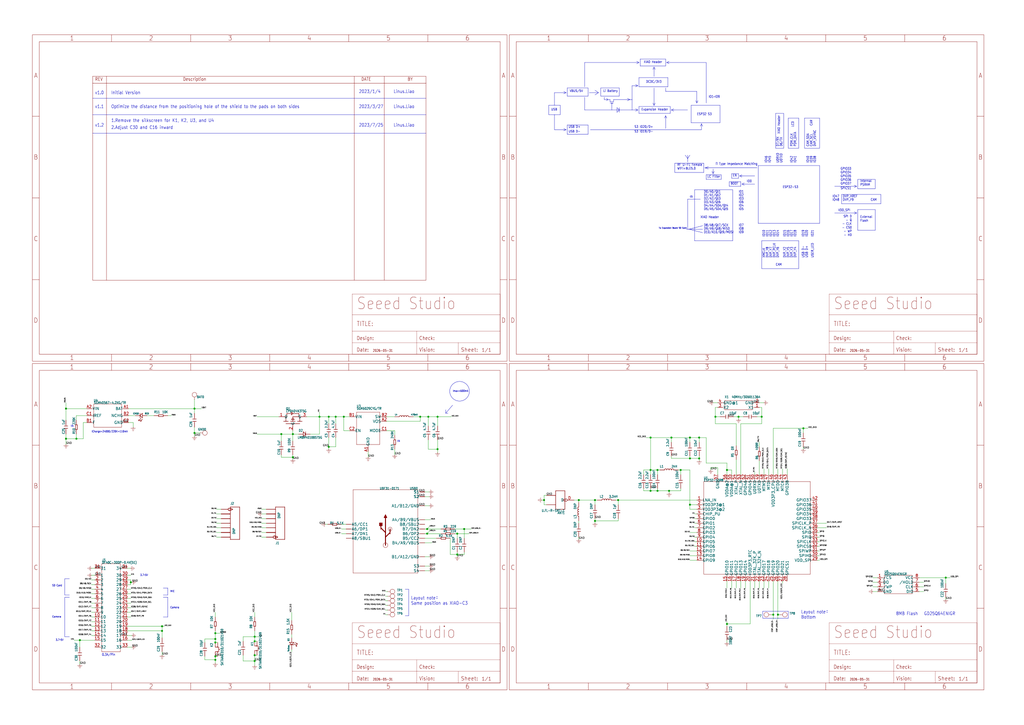
<source format=kicad_sch>
(kicad_sch (version 20250114) (generator "eeschema") (generator_version "9.0")
  (paper "User" 561.746 397.662)
  (circle (center 252.095 214.63) (radius 5.3881) (stroke (width 0.1524)))
  (circle (center 335.661 56.769) (radius 0.254) (stroke (width 0.1524)))
  (text "IO40" (at 443.865 89.535 90) (effects (font (size 1.27 1.0795)) (justify left bottom)))
  (text "IO39" (at 445.77 89.535 90) (effects (font (size 1.27 1.0795)) (justify left bottom)))
  (text "Π Type Impedance Matching" (at 392.43 90.805 0) (effects (font (size 1.27 1.0795)) (justify left bottom)))
  (text "2.Adjust C30 and C16 inward" (at 60.96 71.12 0) (effects (font (size 1.778 1.5113)) (justify left bottom)))
  (text "D0/A0/Qt1" (at 386.08 106.045 0) (effects (font (size 1.27 1.0795)) (justify left bottom)))
  (text "DVP_Y7" (at 423.545 141.605 90) (effects (font (size 1.27 1.0795)) (justify left bottom)))
  (text "Li Battery" (at 330.835 50.8 0) (effects (font (size 1.27 1.0795)) (justify left bottom)))
  (text "IO5" (at 405.13 115.57 0) (effects (font (size 1.27 1.0795)) (justify left bottom)))
  (text "External\nFlash" (at 471.805 121.92 0) (effects (font (size 1.27 1.0795)) (justify left bottom)))
  (text "Optimize the distance from the positioning hole of the shield to the pads on both sides" (at 60.96 59.69 0) (effects (font (size 1.778 1.5113)) (justify left bottom)))
  (text "DVP_Y3" (at 434.975 141.605 90) (effects (font (size 1.27 1.0795)) (justify left bottom)))
  (text "D10/A10/Qt9/MOSI" (at 386.08 128.27 0) (effects (font (size 1.27 1.0795)) (justify left bottom)))
  (text "0.3A/Pin" (at 55.88 360.045 0) (effects (font (size 1.27 1.0795)) (justify left bottom)))
  (text "2023/1/4" (at 196.85 51.435 0) (effects (font (size 1.778 1.5113)) (justify left bottom)))
  (text "LC Filter" (at 387.985 97.79 0) (effects (font (size 1.27 1.0795)) (justify left bottom)))
  (text "IO1" (at 405.13 106.045 0) (effects (font (size 1.27 1.0795)) (justify left bottom)))
  (text "D1/A1/Qt2" (at 386.08 107.95 0) (effects (font (size 1.27 1.0795)) (justify left bottom)))
  (text "CAM" (at 425.45 146.05 0) (effects (font (size 1.27 1.0795)) (justify left bottom)))
  (text "IO12" (at 423.545 130.175 90) (effects (font (size 1.27 1.0795)) (justify left bottom)))
  (text "ESP32-S3" (at 429.26 103.505 0) (effects (font (size 1.27 1.0795)) (justify left bottom)))
  (text "USB D+" (at 443.23 141.605 90) (effects (font (size 1.27 1.0795)) (justify left bottom)))
  (text "Layout note：\nBottom" (at 439.42 339.725 0) (effects (font (size 1.778 1.5113)) (justify left bottom)))
  (text "D9/A9/Qt8/MISO" (at 386.08 126.365 0) (effects (font (size 1.27 1.0795)) (justify left bottom)))
  (text "IO42" (at 434.975 89.535 90) (effects (font (size 1.27 1.0795)) (justify left bottom)))
  (text "S3 IO20/D+" (at 347.98 70.485 0) (effects (font (size 1.27 1.0795)) (justify left bottom)))
  (text "PDM_CLK" (at 434.975 80.645 90) (effects (font (size 1.27 1.0795)) (justify left bottom)))
  (text "LCD" (at 435.61 69.85 90) (effects (font (size 1.27 1.0795)) (justify left bottom)))
  (text "XIAO Header" (at 427.99 73.66 90) (effects (font (size 1.27 1.0795)) (justify left bottom)))
  (text "v1.1" (at 52.07 59.69 0) (effects (font (size 1.778 1.5113)) (justify left bottom)))
  (text "IO47" (at 456.565 108.585 0) (effects (font (size 1.27 1.0795)) (justify left bottom)))
  (text "IO48" (at 456.565 110.49 0) (effects (font (size 1.27 1.0795)) (justify left bottom)))
  (text "IO4" (at 405.13 113.665 0) (effects (font (size 1.27 1.0795)) (justify left bottom)))
  (text "Camera" (at 93.345 334.01 0) (effects (font (size 1.016 0.8636)) (justify left bottom)))
  (text "DVP_Y6" (at 427.355 141.605 90) (effects (font (size 1.27 1.0795)) (justify left bottom)))
  (text "Internal\nPSRAM" (at 471.805 102.235 0) (effects (font (size 1.27 1.0795)) (justify left bottom)))
  (text "USB D+" (at 311.785 70.485 0) (effects (font (size 1.27 1.0795)) (justify left bottom)))
  (text "IO21" (at 446.405 130.175 90) (effects (font (size 1.27 1.0795)) (justify left bottom)))
  (text "IO11" (at 421.64 130.175 90) (effects (font (size 1.27 1.0795)) (justify left bottom)))
  (text "BOOT" (at 400.685 101.6 0) (effects (font (size 1.27 1.0795)) (justify left bottom)))
  (text "1%" (at 217.805 242.57 0) (effects (font (size 0.8128 0.6908)) (justify left bottom)))
  (text "CAM_SCL" (at 445.77 80.645 90) (effects (font (size 1.27 1.0795)) (justify left bottom)))
  (text "IO10" (at 419.735 130.175 90) (effects (font (size 1.27 1.0795)) (justify left bottom)))
  (text "2023/3/27" (at 196.85 59.69 0) (effects (font (size 1.778 1.5113)) (justify left bottom)))
  (text "IO13" (at 425.45 130.175 90) (effects (font (size 1.27 1.0795)) (justify left bottom)))
  (text "1.Remove the silkscreen for K1, K2, U3, and U4" (at 60.96 67.31 0) (effects (font (size 1.778 1.5113)) (justify left bottom)))
  (text "v1.0" (at 52.07 52.07 0) (effects (font (size 1.778 1.5113)) (justify left bottom)))
  (text "CAM_SDA" (at 443.865 80.645 90) (effects (font (size 1.27 1.0795)) (justify left bottom)))
  (text "IO6" (at 405.13 111.76 0) (effects (font (size 1.27 1.0795)) (justify left bottom)))
  (text "Imax=600mA" (at 248.285 215.265 0) (effects (font (size 1.016 0.8636)) (justify left bottom)))
  (text "IO38" (at 447.675 89.535 90) (effects (font (size 1.27 1.0795)) (justify left bottom)))
  (text "D8/A8/Qt7/SCK" (at 386.08 124.46 0) (effects (font (size 1.27 1.0795)) (justify left bottom)))
  (text "U0RXD" (at 427.355 89.535 90) (effects (font (size 1.27 1.0795)) (justify left bottom)))
  (text "PDM_DATA" (at 436.88 80.645 90) (effects (font (size 1.27 1.0795)) (justify left bottom)))
  (text "IO1~IO9" (at 388.62 53.975 0) (effects (font (size 1.27 1.0795)) (justify left bottom)))
  (text "2023/7/25" (at 196.85 69.85 0) (effects (font (size 1.778 1.5113)) (justify left bottom)))
  (text "Linus.Liao" (at 215.9 69.85 0) (effects (font (size 1.778 1.5113)) (justify left bottom)))
  (text "D7/RX" (at 427.355 80.645 90) (effects (font (size 1.27 1.0795)) (justify left bottom)))
  (text "USB" (at 302.26 60.96 0) (effects (font (size 1.27 1.0795)) (justify left bottom)))
  (text "To Expansion Board SD Card" (at 361.315 125.73 0) (effects (font (size 0.8128 0.6908)) (justify left bottom)))
  (text "IO3" (at 405.13 109.855 0) (effects (font (size 1.27 1.0795)) (justify left bottom)))
  (text "EN" (at 401.955 97.155 0) (effects (font (size 1.27 1.0795)) (justify left bottom)))
  (text "IO14" (at 427.355 130.175 90) (effects (font (size 1.27 1.0795)) (justify left bottom)))
  (text "Linus.Liao" (at 215.9 51.435 0) (effects (font (size 1.778 1.5113)) (justify left bottom)))
  (text "IO9" (at 405.13 128.27 0) (effects (font (size 1.27 1.0795)) (justify left bottom)))
  (text "XIAO Header" (at 384.175 120.015 0) (effects (font (size 1.27 1.0795)) (justify left bottom)))
  (text "1%" (at 38.735 234.315 0) (effects (font (size 0.8128 0.6908)) (justify left bottom)))
  (text "USB D-" (at 441.325 141.605 90) (effects (font (size 1.27 1.0795)) (justify left bottom)))
  (text "IO20" (at 443.23 130.175 90) (effects (font (size 1.27 1.0795)) (justify left bottom)))
  (text "Layout note：\nSame position as XIAO-C3" (at 225.425 332.105 0) (effects (font (size 1.778 1.5113)) (justify left bottom)))
  (text "IO41" (at 436.88 89.535 90) (effects (font (size 1.27 1.0795)) (justify left bottom)))
  (text "Camera" (at 28.575 339.09 0) (effects (font (size 1.016 0.8636)) (justify left bottom)))
  (text "RF U-FL Female\nWiFi+BLE5.0" (at 371.475 93.345 0) (effects (font (size 1.27 1.0795)) (justify left bottom)))
  (text "S3 IO19/D-" (at 347.98 73.025 0) (effects (font (size 1.27 1.0795)) (justify left bottom)))
  (text "Initial Version" (at 60.96 52.07 0) (effects (font (size 1.778 1.5113)) (justify left bottom)))
  (text "D2/A2/Qt3" (at 386.08 109.855 0) (effects (font (size 1.27 1.0795)) (justify left bottom)))
  (text "D4/A4/SDA/Qt4" (at 386.08 113.665 0) (effects (font (size 1.27 1.0795)) (justify left bottom)))
  (text "Linus.Liao" (at 215.9 59.69 0) (effects (font (size 1.778 1.5113)) (justify left bottom)))
  (text "U0TXD" (at 429.26 89.535 90) (effects (font (size 1.27 1.0795)) (justify left bottom)))
  (text "DVP_Y5" (at 433.07 141.605 90) (effects (font (size 1.27 1.0795)) (justify left bottom)))
  (text "IO15" (at 431.165 130.175 90) (effects (font (size 1.27 1.0795)) (justify left bottom)))
  (text "CAM" (at 445.77 69.215 90) (effects (font (size 1.27 1.0795)) (justify left bottom)))
  (text "VBUS/5V" (at 312.42 50.8 0) (effects (font (size 1.27 1.0795)) (justify left bottom)))
  (text "DCDC/3V3" (at 354.33 45.72 0) (effects (font (size 1.27 1.0795)) (justify left bottom)))
  (text "IO18" (at 436.88 130.175 90) (effects (font (size 1.27 1.0795)) (justify left bottom)))
  (text "CAM" (at 477.52 110.49 0) (effects (font (size 1.27 1.0795)) (justify left bottom)))
  (text "IO2" (at 405.13 107.95 0) (effects (font (size 1.27 1.0795)) (justify left bottom)))
  (text "IO16" (at 433.07 130.175 90) (effects (font (size 1.27 1.0795)) (justify left bottom)))
  (text "SPI D\n- Q\n- CLK\n- CS0\n- WP\n- HD" (at 467.36 118.11 0) (effects (font (size 1.27 1.0795)) (justify right top)))
  (text "MIC" (at 93.345 325.12 0) (effects (font (size 1.016 0.8636)) (justify left bottom)))
  (text "CS" (at 378.46 108.585 0) (effects (font (size 0.8128 0.6908)) (justify left bottom)))
  (text "ESP32 S3" (at 382.27 63.5 0) (effects (font (size 1.27 1.0795)) (justify left bottom)))
  (text "IO19" (at 441.325 130.175 90) (effects (font (size 1.27 1.0795)) (justify left bottom)))
  (text "DVP_Y2" (at 431.165 141.605 90) (effects (font (size 1.27 1.0795)) (justify left bottom)))
  (text "ICharge=24000/220K=110mA" (at 50.165 237.49 0) (effects (font (size 1.016 0.8636)) (justify left bottom)))
  (text "IO8" (at 405.13 126.365 0) (effects (font (size 1.27 1.0795)) (justify left bottom)))
  (text "SPICS1" (at 461.01 104.14 0) (effects (font (size 1.27 1.0795)) (justify left bottom)))
  (text "DVP_Y9" (at 462.28 110.49 0) (effects (font (size 1.27 1.0795)) (justify left bottom)))
  (text "D5/A5/SDA/Qt5" (at 386.08 115.57 0) (effects (font (size 1.27 1.0795)) (justify left bottom)))
  (text "3.7~5V" (at 30.48 351.79 0) (effects (font (size 1.016 0.8636)) (justify left bottom)))
  (text "IO46" (at 421.005 89.535 90) (effects (font (size 1.27 1.0795)) (justify left bottom)))
  (text "XIAO Header" (at 353.06 34.925 0) (effects (font (size 1.27 1.0795)) (justify left bottom)))
  (text "D6/TX" (at 429.26 80.645 90) (effects (font (size 1.27 1.0795)) (justify left bottom)))
  (text "DVP_Y8" (at 421.64 141.605 90) (effects (font (size 1.27 1.0795)) (justify left bottom)))
  (text "3.7~5V" (at 76.835 316.23 0) (effects (font (size 1.016 0.8636)) (justify left bottom)))
  (text "DVP_PCLK" (at 425.45 141.605 90) (effects (font (size 1.27 1.0795)) (justify left bottom)))
  (text "IO7" (at 405.13 124.46 0) (effects (font (size 1.27 1.0795)) (justify left bottom)))
  (text "USER_LED" (at 446.405 141.605 90) (effects (font (size 1.27 1.0795)) (justify left bottom)))
  (text "VDD_SPI" (at 459.74 116.205 0) (effects (font (size 1.27 1.0795)) (justify left bottom)))
  (text "v1.2" (at 52.07 69.85 0) (effects (font (size 1.778 1.5113)) (justify left bottom)))
  (text "IO0" (at 409.575 100.33 0) (effects (font (size 1.27 1.0795)) (justify left bottom)))
  (text "DVP_VSYNC" (at 447.675 80.645 90) (effects (font (size 1.27 1.0795)) (justify left bottom)))
  (text "GPIO33\nGPIO34\nGPIO35\nGPIO36\nGPIO37" (at 461.01 101.6 0) (effects (font (size 1.27 1.0795)) (justify left bottom)))
  (text "DVP_Y4" (at 436.88 141.605 90) (effects (font (size 1.27 1.0795)) (justify left bottom)))
  (text "Expansion Header" (at 351.79 60.96 0) (effects (font (size 1.27 1.0795)) (justify left bottom)))
  (text "USB D-" (at 311.785 73.025 0) (effects (font (size 1.27 1.0795)) (justify left bottom)))
  (text "IO45" (at 422.91 89.535 90) (effects (font (size 1.27 1.0795)) (justify left bottom)))
  (text "DVP_HREF" (at 462.28 108.585 0) (effects (font (size 1.27 1.0795)) (justify left bottom)))
  (text "SD Card" (at 28.575 321.945 0) (effects (font (size 1.016 0.8636)) (justify left bottom)))
  (text "D3/A3/Qt6" (at 386.08 111.76 0) (effects (font (size 1.27 1.0795)) (justify left bottom)))
  (text "IO17" (at 434.975 130.175 90) (effects (font (size 1.27 1.0795)) (justify left bottom)))
  (text "8MB Flash   GD25Q64ENIGR" (at 491.49 337.82 0) (effects (font (size 1.778 1.5113)) (justify left bottom)))
  (text "XMCLK" (at 419.735 141.605 90) (effects (font (size 1.27 1.0795)) (justify left bottom)))
  (junction (at 326.39 274.32))
  (junction (at 356.87 240.03))
  (junction (at 326.39 285.75))
  (junction (at 356.87 257.81))
  (junction (at 175.26 228.6))
  (junction (at 36.195 224.155))
  (junction (at 378.46 251.46))
  (junction (at 139.7 351.79))
  (junction (at 367.03 269.24))
  (junction (at 383.54 240.03))
  (junction (at 71.755 319.405))
  (junction (at 106.68 237.49))
  (junction (at 392.43 228.6))
  (junction (at 298.45 274.32))
  (junction (at 180.34 245.11))
  (junction (at 240.03 228.6))
  (junction (at 139.7 349.25))
  (junction (at 188.595 228.6))
  (junction (at 440.69 234.95))
  (junction (at 160.655 250.825))
  (junction (at 424.18 337.185))
  (junction (at 360.68 269.24))
  (junction (at 378.46 276.86))
  (junction (at 398.78 257.81))
  (junction (at 373.38 257.81))
  (junction (at 43.815 351.155))
  (junction (at 118.11 361.95))
  (junction (at 234.315 292.735))
  (junction (at 518.795 316.865))
  (junction (at 368.3 240.03))
  (junction (at 118.11 347.345))
  (junction (at 417.83 228.6))
  (junction (at 339.09 274.32))
  (junction (at 250.825 292.735))
  (junction (at 234.95 228.6))
  (junction (at 118.11 352.425))
  (junction (at 184.15 228.6))
  (junction (at 41.91 240.665))
  (junction (at 405.13 228.6))
  (junction (at 154.305 238.125))
  (junction (at 398.78 342.265))
  (junction (at 180.34 228.6))
  (junction (at 250.825 304.165))
  (junction (at 230.505 228.6))
  (junction (at 360.68 257.81))
  (junction (at 88.9 343.535))
  (junction (at 356.87 269.24))
  (junction (at 317.5 274.32))
  (junction (at 160.655 238.125))
  (junction (at 88.9 346.075))
  (junction (at 106.68 224.155))
  (junction (at 378.46 240.03))
  (junction (at 234.315 290.195))
  (junction (at 254.635 290.195))
  (junction (at 139.7 362.585))
  (junction (at 36.195 240.665))
  (junction (at 139.7 359.41))
  (junction (at 240.03 246.38))
  (junction (at 426.72 337.185))
  (junction (at 118.11 360.045))
  (junction (at 118.11 350.52))
  (junction (at 383.54 251.46))
  (polyline (pts (xy 432.435 339.09) (xy 432.435 335.28)) (stroke (width 0.1524) (type solid)))
  (wire (pts (xy 118.11 352.425) (xy 118.11 350.52)) (stroke (width 0.1524)))
  (polyline (pts (xy 415.925 122.555) (xy 449.58 122.555)) (stroke (width 0.1524) (type solid)))
  (wire (pts (xy 52.07 351.155) (xy 43.815 351.155)) (stroke (width 0.1524)))
  (polyline (pts (xy 415.925 90.805) (xy 415.925 122.555)) (stroke (width 0.1524) (type solid)))
  (polyline (pts (xy 35.56 326.39) (xy 35.56 317.5)) (stroke (width 0.1524) (type solid)))
  (polyline (pts (xy 480.06 98.425) (xy 470.535 98.425)) (stroke (width 0.1524) (type solid)))
  (polyline (pts (xy 311.15 52.705) (xy 322.58 52.705)) (stroke (width 0.1524) (type solid)))
  (wire (pts (xy 392.43 232.41) (xy 403.86 232.41)) (stroke (width 0.1524)))
  (polyline (pts (xy 310.515 50.8) (xy 309.245 51.435)) (stroke (width 0.1524) (type solid)))
  (wire (pts (xy 339.09 285.75) (xy 326.39 285.75)) (stroke (width 0.1524)))
  (wire (pts (xy 326.39 274.32) (xy 317.5 274.32)) (stroke (width 0.1524)))
  (polyline (pts (xy 365.125 50.165) (xy 365.125 48.26)) (stroke (width 0.1524) (type solid)))
  (polyline (pts (xy 457.835 102.235) (xy 469.9 102.235)) (stroke (width 0.1524) (type solid)))
  (wire (pts (xy 382.27 297.18) (xy 381 297.18)) (stroke (width 0.1524)))
  (polyline (pts (xy 311.15 68.58) (xy 311.15 73.66)) (stroke (width 0.1524) (type solid)))
  (polyline (pts (xy 370.205 94.615) (xy 386.08 94.615)) (stroke (width 0.1524) (type solid)))
  (polyline (pts (xy 394.97 67.31) (xy 394.97 57.785)) (stroke (width 0.1524) (type solid)))
  (wire (pts (xy 361.95 257.81) (xy 360.68 257.81)) (stroke (width 0.1524)))
  (wire (pts (xy 298.45 271.78) (xy 298.45 274.32)) (stroke (width 0.1524)))
  (wire (pts (xy 118.745 284.48) (xy 121.285 284.48)) (stroke (width 0.1524)))
  (wire (pts (xy 52.07 343.535) (xy 50.165 343.535)) (stroke (width 0.1524)))
  (wire (pts (xy 184.15 245.11) (xy 184.15 240.03)) (stroke (width 0.1524)))
  (wire (pts (xy 250.825 295.275) (xy 250.825 292.735)) (stroke (width 0.1524)))
  (wire (pts (xy 160.655 236.22) (xy 160.655 238.125)) (stroke (width 0.1524)))
  (wire (pts (xy 118.11 347.345) (xy 118.11 346.075)) (stroke (width 0.1524)))
  (wire (pts (xy 481.33 316.865) (xy 478.79 316.865)) (stroke (width 0.1524)))
  (wire (pts (xy 112.395 352.425) (xy 112.395 350.52)) (stroke (width 0.1524)))
  (wire (pts (xy 415.29 228.6) (xy 417.83 228.6)) (stroke (width 0.1524)))
  (polyline (pts (xy 391.16 95.25) (xy 391.16 92.71)) (stroke (width 0.1524) (type solid)))
  (polyline (pts (xy 483.235 111.76) (xy 483.235 106.68)) (stroke (width 0.1524) (type solid)))
  (polyline (pts (xy 414.02 96.52) (xy 405.765 96.52)) (stroke (width 0.1524) (type solid)))
  (polyline (pts (xy 365.125 36.195) (xy 365.125 32.385)) (stroke (width 0.1524) (type solid)))
  (polyline (pts (xy 50.8 53.975) (xy 233.68 53.975)) (stroke (width 0.1524) (type solid)))
  (wire (pts (xy 69.85 323.215) (xy 71.755 323.215)) (stroke (width 0.1524)))
  (wire (pts (xy 298.45 274.32) (xy 298.45 276.86)) (stroke (width 0.1524)))
  (wire (pts (xy 326.39 284.48) (xy 326.39 285.75)) (stroke (width 0.1524)))
  (wire (pts (xy 88.9 346.075) (xy 88.9 343.535)) (stroke (width 0.1524)))
  (polyline (pts (xy 387.35 34.29) (xy 387.35 56.515)) (stroke (width 0.1524) (type solid)))
  (wire (pts (xy 448.31 289.56) (xy 453.39 289.56)) (stroke (width 0.1524)))
  (wire (pts (xy 233.045 295.275) (xy 239.395 295.275)) (stroke (width 0.1524)))
  (wire (pts (xy 43.815 351.155) (xy 40.64 351.155)) (stroke (width 0.1524)))
  (polyline (pts (xy 438.15 132.08) (xy 417.83 132.08)) (stroke (width 0.1524) (type solid)))
  (wire (pts (xy 298.45 276.86) (xy 299.72 276.86)) (stroke (width 0.1524)))
  (polyline (pts (xy 35.56 349.25) (xy 35.56 327.66)) (stroke (width 0.1524) (type solid)))
  (wire (pts (xy 356.87 240.03) (xy 356.87 257.81)) (stroke (width 0.1524)))
  (polyline (pts (xy 339.725 60.325) (xy 339.725 61.595)) (stroke (width 0.1524) (type solid)))
  (wire (pts (xy 233.045 292.735) (xy 234.315 292.735)) (stroke (width 0.1524)))
  (polyline (pts (xy 338.455 59.055) (xy 338.455 61.595)) (stroke (width 0.1524) (type solid)))
  (wire (pts (xy 69.85 325.755) (xy 71.755 325.755)) (stroke (width 0.1524)))
  (polyline (pts (xy 244.475 226.695) (xy 244.475 224.79)) (stroke (width 0.1524) (type solid)))
  (wire (pts (xy 160.02 356.235) (xy 160.02 357.505)) (stroke (width 0.1524)))
  (wire (pts (xy 139.7 351.79) (xy 139.7 349.25)) (stroke (width 0.1524)))
  (wire (pts (xy 71.755 320.675) (xy 69.85 320.675)) (stroke (width 0.1524)))
  (wire (pts (xy 382.27 279.4) (xy 378.46 279.4)) (stroke (width 0.1524)))
  (wire (pts (xy 139.7 349.25) (xy 142.24 349.25)) (stroke (width 0.1524)))
  (wire (pts (xy 424.18 318.77) (xy 424.18 337.185)) (stroke (width 0.1524)))
  (wire (pts (xy 69.85 315.595) (xy 71.755 315.595)) (stroke (width 0.1524)))
  (wire (pts (xy 47.625 231.775) (xy 45.72 231.775)) (stroke (width 0.1524)))
  (wire (pts (xy 368.3 240.03) (xy 356.87 240.03)) (stroke (width 0.1524)))
  (polyline (pts (xy 346.71 54.61) (xy 346.71 46.99)) (stroke (width 0.1524) (type solid)))
  (wire (pts (xy 440.69 246.38) (xy 440.69 245.11)) (stroke (width 0.1524)))
  (wire (pts (xy 52.07 325.755) (xy 50.165 325.755)) (stroke (width 0.1524)))
  (polyline (pts (xy 425.45 81.28) (xy 425.45 62.23)) (stroke (width 0.1524) (type solid)))
  (wire (pts (xy 406.4 232.41) (xy 417.83 232.41)) (stroke (width 0.1524)))
  (wire (pts (xy 191.77 228.6) (xy 188.595 228.6)) (stroke (width 0.1524)))
  (wire (pts (xy 140.97 351.79) (xy 139.7 351.79)) (stroke (width 0.1524)))
  (wire (pts (xy 168.275 228.6) (xy 175.26 228.6)) (stroke (width 0.1524)))
  (wire (pts (xy 406.4 318.77) (xy 406.4 322.58)) (stroke (width 0.1524)))
  (wire (pts (xy 36.195 224.155) (xy 47.625 224.155)) (stroke (width 0.1524)))
  (polyline (pts (xy 377.19 86.995) (xy 378.46 85.09)) (stroke (width 0.1524) (type solid)))
  (wire (pts (xy 378.46 250.19) (xy 378.46 251.46)) (stroke (width 0.1524)))
  (wire (pts (xy 154.305 250.825) (xy 160.655 250.825)) (stroke (width 0.1524)))
  (wire (pts (xy 398.78 351.155) (xy 398.78 352.425)) (stroke (width 0.1524)))
  (wire (pts (xy 133.35 359.41) (xy 133.35 362.585)) (stroke (width 0.1524)))
  (polyline (pts (xy 339.725 60.325) (xy 320.675 60.325)) (stroke (width 0.1524) (type solid)))
  (polyline (pts (xy 415.29 92.075) (xy 386.715 92.075)) (stroke (width 0.1524) (type solid)))
  (wire (pts (xy 398.78 257.81) (xy 398.78 254)) (stroke (width 0.1524)))
  (polyline (pts (xy 401.955 132.08) (xy 381 132.08)) (stroke (width 0.1524) (type solid)))
  (polyline (pts (xy 334.645 54.61) (xy 333.375 54.61)) (stroke (width 0.1524) (type solid)))
  (wire (pts (xy 52.07 338.455) (xy 50.165 338.455)) (stroke (width 0.1524)))
  (polyline (pts (xy 387.35 34.29) (xy 365.76 34.29)) (stroke (width 0.1524) (type solid)))
  (polyline (pts (xy 304.165 62.865) (xy 300.99 62.865)) (stroke (width 0.1524) (type solid)))
  (wire (pts (xy 448.31 299.72) (xy 449.58 299.72)) (stroke (width 0.1524)))
  (wire (pts (xy 317.5 275.59) (xy 317.5 274.32)) (stroke (width 0.1524)))
  (polyline (pts (xy 470.535 98.425) (xy 470.535 103.505)) (stroke (width 0.1524) (type solid)))
  (polyline (pts (xy 387.35 98.425) (xy 395.605 98.425)) (stroke (width 0.1524) (type solid)))
  (wire (pts (xy 212.725 334.645) (xy 211.455 334.645)) (stroke (width 0.1524)))
  (wire (pts (xy 112.395 350.52) (xy 118.11 350.52)) (stroke (width 0.1524)))
  (polyline (pts (xy 328.295 50.8) (xy 326.39 49.53)) (stroke (width 0.1524) (type solid)))
  (wire (pts (xy 160.02 347.98) (xy 160.02 349.885)) (stroke (width 0.1524)))
  (wire (pts (xy 112.395 360.045) (xy 112.395 361.95)) (stroke (width 0.1524)))
  (wire (pts (xy 448.31 304.8) (xy 449.58 304.8)) (stroke (width 0.1524)))
  (wire (pts (xy 339.09 276.86) (xy 339.09 274.32)) (stroke (width 0.1524)))
  (polyline (pts (xy 391.16 95.25) (xy 390.525 93.98)) (stroke (width 0.1524) (type solid)))
  (polyline (pts (xy 335.661 57.15) (xy 335.661 60.325)) (stroke (width 0.1524) (type solid)))
  (wire (pts (xy 389.89 256.54) (xy 393.7 256.54)) (stroke (width 0.1524)))
  (wire (pts (xy 143.51 292.1) (xy 146.05 292.1)) (stroke (width 0.1524)))
  (wire (pts (xy 180.34 232.41) (xy 180.34 228.6)) (stroke (width 0.1524)))
  (polyline (pts (xy 394.97 57.785) (xy 379.095 57.785)) (stroke (width 0.1524) (type solid)))
  (polyline (pts (xy 35.56 349.25) (xy 38.1 349.25)) (stroke (width 0.1524) (type solid)))
  (polyline (pts (xy 401.32 95.25) (xy 401.32 97.79)) (stroke (width 0.1524) (type solid)))
  (wire (pts (xy 448.31 307.34) (xy 449.58 307.34)) (stroke (width 0.1524)))
  (wire (pts (xy 160.655 250.825) (xy 160.655 249.555)) (stroke (width 0.1524)))
  (wire (pts (xy 249.555 290.195) (xy 254.635 290.195)) (stroke (width 0.1524)))
  (polyline (pts (xy 377.825 125.73) (xy 377.19 125.73)) (stroke (width 0.1524) (type solid)))
  (wire (pts (xy 118.745 292.1) (xy 121.285 292.1)) (stroke (width 0.1524)))
  (wire (pts (xy 392.43 228.6) (xy 392.43 232.41)) (stroke (width 0.1524)))
  (polyline (pts (xy 322.58 68.58) (xy 311.15 68.58)) (stroke (width 0.1524) (type solid)))
  (wire (pts (xy 216.535 249.555) (xy 216.535 246.38)) (stroke (width 0.1524)))
  (wire (pts (xy 234.95 233.68) (xy 234.95 228.6)) (stroke (width 0.1524)))
  (wire (pts (xy 106.68 237.49) (xy 106.68 234.315)) (stroke (width 0.1524)))
  (polyline (pts (xy 350.52 34.29) (xy 349.25 34.925)) (stroke (width 0.1524) (type solid)))
  (polyline (pts (xy 384.81 67.945) (xy 385.445 69.215)) (stroke (width 0.1524) (type solid)))
  (wire (pts (xy 52.07 346.075) (xy 50.165 346.075)) (stroke (width 0.1524)))
  (wire (pts (xy 250.825 304.165) (xy 254.635 304.165)) (stroke (width 0.1524)))
  (wire (pts (xy 405.13 228.6) (xy 407.67 228.6)) (stroke (width 0.1524)))
  (wire (pts (xy 233.045 277.495) (xy 235.585 277.495)) (stroke (width 0.1524)))
  (wire (pts (xy 118.11 347.345) (xy 120.65 347.345)) (stroke (width 0.1524)))
  (wire (pts (xy 69.85 328.295) (xy 71.755 328.295)) (stroke (width 0.1524)))
  (wire (pts (xy 69.85 351.155) (xy 72.39 351.155)) (stroke (width 0.1524)))
  (polyline (pts (xy 300.99 62.865) (xy 300.99 57.785)) (stroke (width 0.1524) (type solid)))
  (wire (pts (xy 233.045 272.415) (xy 235.585 272.415)) (stroke (width 0.1524)))
  (wire (pts (xy 73.025 231.775) (xy 73.025 234.315)) (stroke (width 0.1524)))
  (wire (pts (xy 356.87 267.97) (xy 356.87 269.24)) (stroke (width 0.1524)))
  (wire (pts (xy 326.39 276.86) (xy 326.39 274.32)) (stroke (width 0.1524)))
  (wire (pts (xy 382.27 284.48) (xy 381 284.48)) (stroke (width 0.1524)))
  (wire (pts (xy 52.07 348.615) (xy 50.165 348.615)) (stroke (width 0.1524)))
  (polyline (pts (xy 432.435 335.28) (xy 418.465 335.28)) (stroke (width 0.1524) (type solid)))
  (polyline (pts (xy 367.665 62.23) (xy 367.665 58.42)) (stroke (width 0.1524) (type solid)))
  (wire (pts (xy 212.09 236.22) (xy 216.535 236.22)) (stroke (width 0.1524)))
  (wire (pts (xy 481.33 319.405) (xy 478.79 319.405)) (stroke (width 0.1524)))
  (wire (pts (xy 52.07 320.675) (xy 50.165 320.675)) (stroke (width 0.1524)))
  (polyline (pts (xy 334.645 55.88) (xy 336.55 55.88)) (stroke (width 0.1524) (type solid)))
  (wire (pts (xy 45.72 240.665) (xy 41.91 240.665)) (stroke (width 0.1524)))
  (wire (pts (xy 448.31 287.02) (xy 453.39 287.02)) (stroke (width 0.1524)))
  (wire (pts (xy 212.725 329.565) (xy 211.455 329.565)) (stroke (width 0.1524)))
  (wire (pts (xy 419.1 260.35) (xy 419.1 257.175)) (stroke (width 0.1524)))
  (wire (pts (xy 118.11 350.52) (xy 118.11 347.345)) (stroke (width 0.1524)))
  (polyline (pts (xy 365.76 34.29) (xy 367.03 34.925)) (stroke (width 0.1524) (type solid)))
  (polyline (pts (xy 379.095 67.31) (xy 394.97 67.31)) (stroke (width 0.1524) (type solid)))
  (polyline (pts (xy 469.9 102.235) (xy 468.63 102.87)) (stroke (width 0.1524) (type solid)))
  (polyline (pts (xy 414.02 100.965) (xy 407.035 100.965)) (stroke (width 0.1524) (type solid)))
  (wire (pts (xy 382.27 281.94) (xy 381 281.94)) (stroke (width 0.1524)))
  (wire (pts (xy 72.39 354.965) (xy 69.85 354.965)) (stroke (width 0.1524)))
  (wire (pts (xy 118.11 338.455) (xy 118.11 335.915)) (stroke (width 0.1524)))
  (wire (pts (xy 235.585 291.465) (xy 234.315 292.735)) (stroke (width 0.1524)))
  (wire (pts (xy 424.18 260.35) (xy 424.18 234.95)) (stroke (width 0.1524)))
  (polyline (pts (xy 345.44 54.61) (xy 346.71 54.61)) (stroke (width 0.1524) (type solid)))
  (wire (pts (xy 339.09 284.48) (xy 339.09 285.75)) (stroke (width 0.1524)))
  (polyline (pts (xy 367.665 58.42) (xy 350.52 58.42)) (stroke (width 0.1524) (type solid)))
  (polyline (pts (xy 429.895 62.23) (xy 429.895 81.28)) (stroke (width 0.1524) (type solid)))
  (polyline (pts (xy 385.445 125.73) (xy 377.825 125.73)) (stroke (width 0.1524) (type solid)))
  (polyline (pts (xy 417.83 132.08) (xy 417.83 147.32)) (stroke (width 0.1524) (type solid)))
  (wire (pts (xy 504.19 321.945) (xy 506.73 321.945)) (stroke (width 0.1524)))
  (wire (pts (xy 250.825 304.165) (xy 250.825 302.895)) (stroke (width 0.1524)))
  (wire (pts (xy 235.585 305.435) (xy 233.045 305.435)) (stroke (width 0.1524)))
  (polyline (pts (xy 322.58 48.26) (xy 311.15 48.26)) (stroke (width 0.1524) (type solid)))
  (polyline (pts (xy 377.825 125.73) (xy 385.445 127.635)) (stroke (width 0.1524) (type solid)))
  (polyline (pts (xy 382.27 56.515) (xy 382.905 55.245)) (stroke (width 0.1524) (type solid)))
  (wire (pts (xy 448.31 302.26) (xy 449.58 302.26)) (stroke (width 0.1524)))
  (wire (pts (xy 69.85 333.375) (xy 71.755 333.375)) (stroke (width 0.1524)))
  (polyline (pts (xy 339.725 60.325) (xy 339.725 59.055)) (stroke (width 0.1524) (type solid)))
  (polyline (pts (xy 400.05 99.695) (xy 400.05 102.235)) (stroke (width 0.1524) (type solid)))
  (wire (pts (xy 212.725 327.025) (xy 211.455 327.025)) (stroke (width 0.1524)))
  (wire (pts (xy 326.39 285.75) (xy 326.39 287.02)) (stroke (width 0.1524)))
  (polyline (pts (xy 365.125 63.5) (xy 364.49 64.77)) (stroke (width 0.1524) (type solid)))
  (polyline (pts (xy 320.675 60.325) (xy 320.675 53.34)) (stroke (width 0.1524) (type solid)))
  (polyline (pts (xy 50.8 62.865) (xy 233.68 62.865)) (stroke (width 0.1524) (type solid)))
  (wire (pts (xy 382.27 287.02) (xy 381 287.02)) (stroke (width 0.1524)))
  (wire (pts (xy 383.54 251.46) (xy 383.54 250.19)) (stroke (width 0.1524)))
  (polyline (pts (xy 384.81 71.12) (xy 384.81 67.945)) (stroke (width 0.1524) (type solid)))
  (polyline (pts (xy 310.515 50.8) (xy 309.245 50.165)) (stroke (width 0.1524) (type solid)))
  (polyline (pts (xy 350.52 62.23) (xy 367.665 62.23)) (stroke (width 0.1524) (type solid)))
  (polyline (pts (xy 449.58 81.28) (xy 449.58 64.77)) (stroke (width 0.1524) (type solid)))
  (wire (pts (xy 233.045 285.115) (xy 236.22 285.115)) (stroke (width 0.1524)))
  (wire (pts (xy 426.72 260.35) (xy 426.72 257.175)) (stroke (width 0.1524)))
  (wire (pts (xy 401.32 260.35) (xy 401.32 257.81)) (stroke (width 0.1524)))
  (wire (pts (xy 504.19 324.485) (xy 506.73 324.485)) (stroke (width 0.1524)))
  (polyline (pts (xy 331.47 54.61) (xy 331.47 53.34)) (stroke (width 0.1524) (type solid)))
  (wire (pts (xy 383.54 240.03) (xy 387.35 240.03)) (stroke (width 0.1524)))
  (wire (pts (xy 230.505 228.6) (xy 234.95 228.6)) (stroke (width 0.1524)))
  (polyline (pts (xy 328.295 50.8) (xy 326.39 52.07)) (stroke (width 0.1524) (type solid)))
  (wire (pts (xy 240.03 228.6) (xy 247.65 228.6)) (stroke (width 0.1524)))
  (wire (pts (xy 139.7 359.41) (xy 139.7 362.585)) (stroke (width 0.1524)))
  (wire (pts (xy 212.725 324.485) (xy 211.455 324.485)) (stroke (width 0.1524)))
  (polyline (pts (xy 35.56 317.5) (xy 38.1 317.5)) (stroke (width 0.1524) (type solid)))
  (polyline (pts (xy 395.605 95.885) (xy 387.35 95.885)) (stroke (width 0.1524) (type solid)))
  (polyline (pts (xy 405.765 96.52) (xy 407.035 97.155)) (stroke (width 0.1524) (type solid)))
  (wire (pts (xy 382.27 304.8) (xy 378.46 304.8)) (stroke (width 0.1524)))
  (wire (pts (xy 118.745 279.4) (xy 121.285 279.4)) (stroke (width 0.1524)))
  (polyline (pts (xy 248.285 222.25) (xy 244.475 226.695)) (stroke (width 0.1524) (type solid)))
  (wire (pts (xy 233.045 290.195) (xy 234.315 290.195)) (stroke (width 0.1524)))
  (wire (pts (xy 118.11 360.045) (xy 118.11 361.95)) (stroke (width 0.1524)))
  (wire (pts (xy 402.59 228.6) (xy 405.13 228.6)) (stroke (width 0.1524)))
  (wire (pts (xy 234.95 246.38) (xy 234.95 241.3)) (stroke (width 0.1524)))
  (wire (pts (xy 41.91 240.665) (xy 36.195 240.665)) (stroke (width 0.1524)))
  (wire (pts (xy 80.645 227.965) (xy 84.455 227.965)) (stroke (width 0.1524)))
  (polyline (pts (xy 92.075 326.39) (xy 89.535 326.39)) (stroke (width 0.1524) (type solid)))
  (polyline (pts (xy 339.725 60.325) (xy 346.71 60.325)) (stroke (width 0.1524) (type solid)))
  (wire (pts (xy 180.34 246.38) (xy 180.34 245.11)) (stroke (width 0.1524)))
  (wire (pts (xy 235.585 288.925) (xy 234.315 290.195)) (stroke (width 0.1524)))
  (wire (pts (xy 178.435 287.655) (xy 179.705 287.655)) (stroke (width 0.1524)))
  (polyline (pts (xy 329.565 48.26) (xy 329.565 52.705)) (stroke (width 0.1524) (type solid)))
  (polyline (pts (xy 387.35 95.885) (xy 387.35 98.425)) (stroke (width 0.1524) (type solid)))
  (polyline (pts (xy 351.155 36.195) (xy 365.125 36.195)) (stroke (width 0.1524) (type solid)))
  (wire (pts (xy 360.68 257.81) (xy 356.87 257.81)) (stroke (width 0.1524)))
  (wire (pts (xy 426.72 318.77) (xy 426.72 337.185)) (stroke (width 0.1524)))
  (polyline (pts (xy 438.15 147.32) (xy 438.15 132.08)) (stroke (width 0.1524) (type solid)))
  (wire (pts (xy 133.35 351.79) (xy 133.35 349.25)) (stroke (width 0.1524)))
  (polyline (pts (xy 438.15 64.77) (xy 432.435 64.77)) (stroke (width 0.1524) (type solid)))
  (wire (pts (xy 88.9 359.41) (xy 88.9 357.505)) (stroke (width 0.1524)))
  (wire (pts (xy 353.06 267.97) (xy 353.06 269.24)) (stroke (width 0.1524)))
  (polyline (pts (xy 334.645 56.515) (xy 336.55 56.515)) (stroke (width 0.1524) (type solid)))
  (polyline (pts (xy 366.395 47.625) (xy 366.395 42.545)) (stroke (width 0.1524) (type solid)))
  (polyline (pts (xy 351.155 32.385) (xy 351.155 36.195)) (stroke (width 0.1524) (type solid)))
  (wire (pts (xy 36.195 243.84) (xy 36.195 240.665)) (stroke (width 0.1524)))
  (wire (pts (xy 360.68 260.35) (xy 360.68 257.81)) (stroke (width 0.1524)))
  (polyline (pts (xy 92.075 338.455) (xy 89.535 338.455)) (stroke (width 0.1524) (type solid)))
  (wire (pts (xy 254.635 295.275) (xy 254.635 290.195)) (stroke (width 0.1524)))
  (polyline (pts (xy 418.465 339.09) (xy 432.435 339.09)) (stroke (width 0.1524) (type solid)))
  (wire (pts (xy 389.89 257.81) (xy 389.89 256.54)) (stroke (width 0.1524)))
  (polyline (pts (xy 377.825 125.73) (xy 385.445 123.825)) (stroke (width 0.1524) (type solid)))
  (wire (pts (xy 184.15 232.41) (xy 184.15 228.6)) (stroke (width 0.1524)))
  (polyline (pts (xy 224.155 337.82) (xy 222.25 337.82)) (stroke (width 0.1524) (type solid)))
  (wire (pts (xy 139.7 362.585) (xy 139.7 365.125)) (stroke (width 0.1524)))
  (polyline (pts (xy 395.605 98.425) (xy 395.605 95.885)) (stroke (width 0.1524) (type solid)))
  (polyline (pts (xy 418.465 335.28) (xy 418.465 339.09)) (stroke (width 0.1524) (type solid)))
  (wire (pts (xy 317.5 274.32) (xy 314.96 274.32)) (stroke (width 0.1524)))
  (wire (pts (xy 368.3 250.19) (xy 368.3 251.46)) (stroke (width 0.1524)))
  (wire (pts (xy 88.9 343.535) (xy 90.17 343.535)) (stroke (width 0.1524)))
  (polyline (pts (xy 406.4 102.235) (xy 406.4 99.695)) (stroke (width 0.1524) (type solid)))
  (polyline (pts (xy 358.775 57.785) (xy 358.775 48.26)) (stroke (width 0.1524) (type solid)))
  (wire (pts (xy 216.535 236.22) (xy 216.535 238.76)) (stroke (width 0.1524)))
  (wire (pts (xy 378.46 242.57) (xy 378.46 240.03)) (stroke (width 0.1524)))
  (wire (pts (xy 394.97 228.6) (xy 392.43 228.6)) (stroke (width 0.1524)))
  (wire (pts (xy 367.03 269.24) (xy 373.38 269.24)) (stroke (width 0.1524)))
  (wire (pts (xy 106.68 226.695) (xy 106.68 224.155)) (stroke (width 0.1524)))
  (polyline (pts (xy 304.165 57.785) (xy 304.165 50.8)) (stroke (width 0.1524) (type solid)))
  (wire (pts (xy 118.745 287.02) (xy 121.285 287.02)) (stroke (width 0.1524)))
  (wire (pts (xy 254.635 304.165) (xy 254.635 302.895)) (stroke (width 0.1524)))
  (polyline (pts (xy 401.32 97.79) (xy 405.13 97.79)) (stroke (width 0.1524) (type solid)))
  (wire (pts (xy 154.305 238.125) (xy 140.97 238.125)) (stroke (width 0.1524)))
  (polyline (pts (xy 441.325 64.77) (xy 441.325 81.28)) (stroke (width 0.1524) (type solid)))
  (polyline (pts (xy 365.125 50.165) (xy 382.27 50.165)) (stroke (width 0.1524) (type solid)))
  (wire (pts (xy 175.26 238.125) (xy 175.26 228.6)) (stroke (width 0.1524)))
  (wire (pts (xy 233.045 297.815) (xy 236.855 297.815)) (stroke (width 0.1524)))
  (wire (pts (xy 212.09 231.14) (xy 230.505 231.14)) (stroke (width 0.1524)))
  (polyline (pts (xy 368.3 60.325) (xy 369.57 59.69)) (stroke (width 0.1524) (type solid)))
  (polyline (pts (xy 469.9 116.84) (xy 468.63 117.475)) (stroke (width 0.1524) (type solid)))
  (wire (pts (xy 448.31 294.64) (xy 449.58 294.64)) (stroke (width 0.1524)))
  (polyline (pts (xy 310.515 71.12) (xy 309.245 70.485)) (stroke (width 0.1524) (type solid)))
  (polyline (pts (xy 338.455 61.595) (xy 339.725 60.325)) (stroke (width 0.1524) (type solid)))
  (polyline (pts (xy 350.52 47.625) (xy 366.395 47.625)) (stroke (width 0.1524) (type solid)))
  (wire (pts (xy 427.99 337.185) (xy 426.72 337.185)) (stroke (width 0.1524)))
  (wire (pts (xy 112.395 361.95) (xy 118.11 361.95)) (stroke (width 0.1524)))
  (wire (pts (xy 43.815 364.49) (xy 43.815 362.585)) (stroke (width 0.1524)))
  (wire (pts (xy 481.33 321.945) (xy 478.79 321.945)) (stroke (width 0.1524)))
  (wire (pts (xy 317.5 285.75) (xy 317.5 287.02)) (stroke (width 0.1524)))
  (wire (pts (xy 71.755 319.405) (xy 71.755 318.135)) (stroke (width 0.1524)))
  (wire (pts (xy 403.86 318.77) (xy 403.86 322.58)) (stroke (width 0.1524)))
  (wire (pts (xy 143.51 281.94) (xy 146.05 281.94)) (stroke (width 0.1524)))
  (polyline (pts (xy 307.34 62.865) (xy 304.165 62.865)) (stroke (width 0.1524) (type solid)))
  (polyline (pts (xy 349.885 46.99) (xy 348.615 46.355)) (stroke (width 0.1524) (type solid)))
  (polyline (pts (xy 469.9 102.235) (xy 468.63 101.6)) (stroke (width 0.1524) (type solid)))
  (wire (pts (xy 189.865 290.195) (xy 187.325 290.195)) (stroke (width 0.1524)))
  (wire (pts (xy 250.825 305.435) (xy 250.825 304.165)) (stroke (width 0.1524)))
  (wire (pts (xy 417.83 223.52) (xy 416.56 223.52)) (stroke (width 0.1524)))
  (wire (pts (xy 234.315 292.735) (xy 241.935 292.735)) (stroke (width 0.1524)))
  (wire (pts (xy 378.46 257.81) (xy 378.46 276.86)) (stroke (width 0.1524)))
  (wire (pts (xy 41.91 230.505) (xy 41.91 227.965)) (stroke (width 0.1524)))
  (wire (pts (xy 382.27 299.72) (xy 381 299.72)) (stroke (width 0.1524)))
  (wire (pts (xy 353.06 260.35) (xy 353.06 257.81)) (stroke (width 0.1524)))
  (wire (pts (xy 52.07 330.835) (xy 50.165 330.835)) (stroke (width 0.1524)))
  (wire (pts (xy 382.27 307.34) (xy 378.46 307.34)) (stroke (width 0.1524)))
  (polyline (pts (xy 368.3 60.325) (xy 369.57 60.96)) (stroke (width 0.1524) (type solid)))
  (polyline (pts (xy 384.81 67.945) (xy 384.175 69.215)) (stroke (width 0.1524) (type solid)))
  (polyline (pts (xy 480.06 103.505) (xy 480.06 98.425)) (stroke (width 0.1524) (type solid)))
  (polyline (pts (xy 377.19 60.325) (xy 368.3 60.325)) (stroke (width 0.1524) (type solid)))
  (polyline (pts (xy 92.075 322.58) (xy 92.075 326.39)) (stroke (width 0.1524) (type solid)))
  (wire (pts (xy 106.68 239.395) (xy 106.68 237.49)) (stroke (width 0.1524)))
  (polyline (pts (xy 320.675 47.625) (xy 320.675 34.29)) (stroke (width 0.1524) (type solid)))
  (wire (pts (xy 71.755 319.405) (xy 71.755 320.675)) (stroke (width 0.1524)))
  (wire (pts (xy 393.7 256.54) (xy 393.7 260.35)) (stroke (width 0.1524)))
  (wire (pts (xy 416.56 245.11) (xy 416.56 242.57)) (stroke (width 0.1524)))
  (wire (pts (xy 106.68 224.155) (xy 106.68 219.075)) (stroke (width 0.1524)))
  (wire (pts (xy 378.46 276.86) (xy 378.46 279.4)) (stroke (width 0.1524)))
  (polyline (pts (xy 92.075 327.66) (xy 92.075 338.455)) (stroke (width 0.1524) (type solid)))
  (polyline (pts (xy 461.645 111.76) (xy 483.235 111.76)) (stroke (width 0.1524) (type solid)))
  (wire (pts (xy 143.51 287.02) (xy 146.05 287.02)) (stroke (width 0.1524)))
  (wire (pts (xy 153.035 228.6) (xy 140.97 228.6)) (stroke (width 0.1524)))
  (wire (pts (xy 356.87 269.24) (xy 360.68 269.24)) (stroke (width 0.1524)))
  (wire (pts (xy 234.95 228.6) (xy 240.03 228.6)) (stroke (width 0.1524)))
  (wire (pts (xy 250.825 292.735) (xy 257.175 292.735)) (stroke (width 0.1524)))
  (wire (pts (xy 382.27 289.56) (xy 381 289.56)) (stroke (width 0.1524)))
  (polyline (pts (xy 89.535 327.66) (xy 92.075 327.66)) (stroke (width 0.1524) (type solid)))
  (wire (pts (xy 154.305 241.935) (xy 154.305 238.125)) (stroke (width 0.1524)))
  (polyline (pts (xy 457.835 116.84) (xy 469.9 116.84)) (stroke (width 0.1524) (type solid)))
  (wire (pts (xy 416.56 220.98) (xy 419.1 220.98)) (stroke (width 0.1524)))
  (wire (pts (xy 421.64 318.77) (xy 421.64 322.58)) (stroke (width 0.1524)))
  (wire (pts (xy 429.26 260.35) (xy 429.26 257.175)) (stroke (width 0.1524)))
  (polyline (pts (xy 400.05 102.235) (xy 406.4 102.235)) (stroke (width 0.1524) (type solid)))
  (polyline (pts (xy 379.095 57.785) (xy 379.095 67.31)) (stroke (width 0.1524) (type solid)))
  (wire (pts (xy 382.27 276.86) (xy 378.46 276.86)) (stroke (width 0.1524)))
  (polyline (pts (xy 311.15 73.66) (xy 322.58 73.66)) (stroke (width 0.1524) (type solid)))
  (wire (pts (xy 411.48 318.77) (xy 411.48 342.265)) (stroke (width 0.1524)))
  (wire (pts (xy 188.595 228.6) (xy 184.15 228.6)) (stroke (width 0.1524)))
  (polyline (pts (xy 333.375 54.61) (xy 332.74 53.975)) (stroke (width 0.1524) (type solid)))
  (wire (pts (xy 212.09 228.6) (xy 216.535 228.6)) (stroke (width 0.1524)))
  (wire (pts (xy 382.27 292.1) (xy 378.46 292.1)) (stroke (width 0.1524)))
  (polyline (pts (xy 386.715 92.075) (xy 388.62 92.71)) (stroke (width 0.1524) (type solid)))
  (wire (pts (xy 401.32 257.81) (xy 398.78 257.81)) (stroke (width 0.1524)))
  (polyline (pts (xy 358.775 36.83) (xy 358.14 38.1)) (stroke (width 0.1524) (type solid)))
  (polyline (pts (xy 470.535 126.365) (xy 480.06 126.365)) (stroke (width 0.1524) (type solid)))
  (wire (pts (xy 504.19 316.865) (xy 518.795 316.865)) (stroke (width 0.1524)))
  (wire (pts (xy 139.7 349.25) (xy 139.7 346.075)) (stroke (width 0.1524)))
  (polyline (pts (xy 349.885 60.325) (xy 348.615 59.69)) (stroke (width 0.1524) (type solid)))
  (wire (pts (xy 189.865 292.735) (xy 187.325 292.735)) (stroke (width 0.1524)))
  (wire (pts (xy 106.68 224.155) (xy 110.49 224.155)) (stroke (width 0.1524)))
  (wire (pts (xy 391.16 220.98) (xy 393.7 220.98)) (stroke (width 0.1524)))
  (wire (pts (xy 160.02 340.36) (xy 160.02 335.915)) (stroke (width 0.1524)))
  (wire (pts (xy 383.54 252.73) (xy 383.54 251.46)) (stroke (width 0.1524)))
  (polyline (pts (xy 470.535 114.935) (xy 470.535 126.365)) (stroke (width 0.1524) (type solid)))
  (polyline (pts (xy 461.645 106.68) (xy 461.645 111.76)) (stroke (width 0.1524) (type solid)))
  (polyline (pts (xy 333.375 54.61) (xy 331.47 54.61)) (stroke (width 0.1524) (type solid)))
  (polyline (pts (xy 405.13 97.79) (xy 405.13 95.25)) (stroke (width 0.1524) (type solid)))
  (polyline (pts (xy 350.52 34.29) (xy 349.25 33.655)) (stroke (width 0.1524) (type solid)))
  (polyline (pts (xy 89.535 322.58) (xy 92.075 322.58)) (stroke (width 0.1524) (type solid)))
  (wire (pts (xy 240.03 233.68) (xy 240.03 228.6)) (stroke (width 0.1524)))
  (polyline (pts (xy 449.58 122.555) (xy 449.58 90.805)) (stroke (width 0.1524) (type solid)))
  (polyline (pts (xy 386.715 92.075) (xy 388.62 91.44)) (stroke (width 0.1524) (type solid)))
  (wire (pts (xy 52.07 323.215) (xy 50.165 323.215)) (stroke (width 0.1524)))
  (wire (pts (xy 398.78 260.35) (xy 398.78 257.81)) (stroke (width 0.1524)))
  (wire (pts (xy 378.46 251.46) (xy 383.54 251.46)) (stroke (width 0.1524)))
  (polyline (pts (xy 382.27 56.515) (xy 381.635 55.245)) (stroke (width 0.1524) (type solid)))
  (wire (pts (xy 92.075 227.965) (xy 93.98 227.965)) (stroke (width 0.1524)))
  (polyline (pts (xy 349.885 46.99) (xy 348.615 47.625)) (stroke (width 0.1524) (type solid)))
  (wire (pts (xy 140.97 359.41) (xy 139.7 359.41)) (stroke (width 0.1524)))
  (polyline (pts (xy 346.71 60.325) (xy 349.885 60.325)) (stroke (width 0.1524) (type solid)))
  (wire (pts (xy 424.18 337.185) (xy 424.18 339.725)) (stroke (width 0.1524)))
  (wire (pts (xy 356.87 240.03) (xy 354.33 240.03)) (stroke (width 0.1524)))
  (wire (pts (xy 41.91 227.965) (xy 47.625 227.965)) (stroke (width 0.1524)))
  (wire (pts (xy 419.1 318.77) (xy 419.1 322.58)) (stroke (width 0.1524)))
  (wire (pts (xy 139.7 338.455) (xy 139.7 335.915)) (stroke (width 0.1524)))
  (wire (pts (xy 398.78 318.77) (xy 398.78 322.58)) (stroke (width 0.1524)))
  (wire (pts (xy 249.555 292.735) (xy 250.825 292.735)) (stroke (width 0.1524)))
  (wire (pts (xy 373.38 260.35) (xy 373.38 257.81)) (stroke (width 0.1524)))
  (polyline (pts (xy 339.725 48.26) (xy 329.565 48.26)) (stroke (width 0.1524) (type solid)))
  (polyline (pts (xy 365.125 63.5) (xy 365.76 64.77)) (stroke (width 0.1524) (type solid)))
  (polyline (pts (xy 365.125 32.385) (xy 351.155 32.385)) (stroke (width 0.1524) (type solid)))
  (wire (pts (xy 69.85 338.455) (xy 71.755 338.455)) (stroke (width 0.1524)))
  (wire (pts (xy 71.755 318.135) (xy 69.85 318.135)) (stroke (width 0.1524)))
  (wire (pts (xy 175.26 226.06) (xy 175.26 228.6)) (stroke (width 0.1524)))
  (wire (pts (xy 403.86 260.35) (xy 403.86 252.095)) (stroke (width 0.1524)))
  (wire (pts (xy 440.69 237.49) (xy 440.69 234.95)) (stroke (width 0.1524)))
  (polyline (pts (xy 483.235 106.68) (xy 461.645 106.68)) (stroke (width 0.1524) (type solid)))
  (wire (pts (xy 36.195 230.505) (xy 36.195 224.155)) (stroke (width 0.1524)))
  (polyline (pts (xy 407.035 100.965) (xy 408.305 100.33)) (stroke (width 0.1524) (type solid)))
  (wire (pts (xy 448.31 297.18) (xy 449.58 297.18)) (stroke (width 0.1524)))
  (polyline (pts (xy 346.71 46.99) (xy 349.885 46.99)) (stroke (width 0.1524) (type solid)))
  (wire (pts (xy 52.07 311.785) (xy 50.165 311.785)) (stroke (width 0.1524)))
  (wire (pts (xy 403.86 232.41) (xy 403.86 244.475)) (stroke (width 0.1524)))
  (wire (pts (xy 299.72 271.78) (xy 298.45 271.78)) (stroke (width 0.1524)))
  (polyline (pts (xy 322.58 73.66) (xy 322.58 68.58)) (stroke (width 0.1524) (type solid)))
  (wire (pts (xy 230.505 231.14) (xy 230.505 228.6)) (stroke (width 0.1524)))
  (polyline (pts (xy 300.99 57.785) (xy 304.165 57.785)) (stroke (width 0.1524) (type solid)))
  (wire (pts (xy 36.195 224.155) (xy 36.195 220.98)) (stroke (width 0.1524)))
  (polyline (pts (xy 401.955 104.14) (xy 401.955 132.08)) (stroke (width 0.1524) (type solid)))
  (wire (pts (xy 133.35 362.585) (xy 139.7 362.585)) (stroke (width 0.1524)))
  (wire (pts (xy 518.795 316.865) (xy 521.335 316.865)) (stroke (width 0.1524)))
  (wire (pts (xy 360.68 269.24) (xy 367.03 269.24)) (stroke (width 0.1524)))
  (polyline (pts (xy 358.775 57.785) (xy 358.14 56.515)) (stroke (width 0.1524) (type solid)))
  (wire (pts (xy 481.33 324.485) (xy 478.79 324.485)) (stroke (width 0.1524)))
  (wire (pts (xy 36.195 240.665) (xy 36.195 238.125)) (stroke (width 0.1524)))
  (wire (pts (xy 417.83 228.6) (xy 417.83 223.52)) (stroke (width 0.1524)))
  (wire (pts (xy 52.07 333.375) (xy 50.165 333.375)) (stroke (width 0.1524)))
  (wire (pts (xy 398.78 343.535) (xy 398.78 342.265)) (stroke (width 0.1524)))
  (polyline (pts (xy 469.9 116.84) (xy 468.63 116.205)) (stroke (width 0.1524) (type solid)))
  (wire (pts (xy 52.07 335.915) (xy 50.165 335.915)) (stroke (width 0.1524)))
  (polyline (pts (xy 334.645 54.61) (xy 334.645 55.88)) (stroke (width 0.1524) (type solid)))
  (wire (pts (xy 378.46 240.03) (xy 383.54 240.03)) (stroke (width 0.1524)))
  (wire (pts (xy 424.18 234.95) (xy 440.69 234.95)) (stroke (width 0.1524)))
  (wire (pts (xy 170.18 238.125) (xy 175.26 238.125)) (stroke (width 0.1524)))
  (polyline (pts (xy 339.725 52.705) (xy 339.725 48.26)) (stroke (width 0.1524) (type solid)))
  (polyline (pts (xy 370.205 89.535) (xy 370.205 94.615)) (stroke (width 0.1524) (type solid)))
  (wire (pts (xy 234.315 290.195) (xy 241.935 290.195)) (stroke (width 0.1524)))
  (wire (pts (xy 421.64 260.35) (xy 421.64 257.175)) (stroke (width 0.1524)))
  (wire (pts (xy 43.815 354.965) (xy 43.815 351.155)) (stroke (width 0.1524)))
  (wire (pts (xy 398.78 342.265) (xy 398.78 340.995)) (stroke (width 0.1524)))
  (wire (pts (xy 317.5 295.91) (xy 317.5 294.64)) (stroke (width 0.1524)))
  (wire (pts (xy 52.07 328.295) (xy 50.165 328.295)) (stroke (width 0.1524)))
  (wire (pts (xy 382.27 294.64) (xy 381 294.64)) (stroke (width 0.1524)))
  (wire (pts (xy 154.305 249.555) (xy 154.305 250.825)) (stroke (width 0.1524)))
  (polyline (pts (xy 377.19 109.22) (xy 377.19 125.73)) (stroke (width 0.1524) (type solid)))
  (wire (pts (xy 70.485 224.155) (xy 106.68 224.155)) (stroke (width 0.1524)))
  (wire (pts (xy 440.69 234.95) (xy 443.23 234.95)) (stroke (width 0.1524)))
  (polyline (pts (xy 377.19 86.995) (xy 377.19 88.9)) (stroke (width 0.1524) (type solid)))
  (polyline (pts (xy 346.71 60.325) (xy 346.71 54.61)) (stroke (width 0.1524) (type solid)))
  (polyline (pts (xy 358.775 36.83) (xy 359.41 38.1)) (stroke (width 0.1524) (type solid)))
  (wire (pts (xy 226.695 228.6) (xy 230.505 228.6)) (stroke (width 0.1524)))
  (wire (pts (xy 360.68 267.97) (xy 360.68 269.24)) (stroke (width 0.1524)))
  (polyline (pts (xy 310.515 71.12) (xy 309.245 71.755)) (stroke (width 0.1524) (type solid)))
  (polyline (pts (xy 425.45 62.23) (xy 429.895 62.23)) (stroke (width 0.1524) (type solid)))
  (polyline (pts (xy 358.775 41.91) (xy 358.775 36.83)) (stroke (width 0.1524) (type solid)))
  (polyline (pts (xy 381 104.14) (xy 401.955 104.14)) (stroke (width 0.1524) (type solid)))
  (polyline (pts (xy 35.56 327.66) (xy 38.1 327.66)) (stroke (width 0.1524) (type solid)))
  (wire (pts (xy 160.655 252.095) (xy 160.655 250.825)) (stroke (width 0.1524)))
  (wire (pts (xy 373.38 257.81) (xy 378.46 257.81)) (stroke (width 0.1524)))
  (polyline (pts (xy 333.375 54.61) (xy 332.74 55.245)) (stroke (width 0.1524) (type solid)))
  (wire (pts (xy 367.03 270.51) (xy 367.03 269.24)) (stroke (width 0.1524)))
  (polyline (pts (xy 405.765 96.52) (xy 407.035 95.885)) (stroke (width 0.1524) (type solid)))
  (polyline (pts (xy 480.06 126.365) (xy 480.06 114.935)) (stroke (width 0.1524) (type solid)))
  (polyline (pts (xy 311.15 48.26) (xy 311.15 52.705)) (stroke (width 0.1524) (type solid)))
  (polyline (pts (xy 339.725 60.325) (xy 338.455 59.055)) (stroke (width 0.1524) (type solid)))
  (wire (pts (xy 143.51 284.48) (xy 146.05 284.48)) (stroke (width 0.1524)))
  (polyline (pts (xy 382.27 50.165) (xy 382.27 56.515)) (stroke (width 0.1524) (type solid)))
  (wire (pts (xy 448.31 292.1) (xy 449.58 292.1)) (stroke (width 0.1524)))
  (wire (pts (xy 72.39 319.405) (xy 71.755 319.405)) (stroke (width 0.1524)))
  (wire (pts (xy 297.18 274.32) (xy 298.45 274.32)) (stroke (width 0.1524)))
  (wire (pts (xy 368.3 251.46) (xy 378.46 251.46)) (stroke (width 0.1524)))
  (wire (pts (xy 70.485 231.775) (xy 73.025 231.775)) (stroke (width 0.1524)))
  (wire (pts (xy 119.38 360.045) (xy 118.11 360.045)) (stroke (width 0.1524)))
  (wire (pts (xy 41.91 238.125) (xy 41.91 240.665)) (stroke (width 0.1524)))
  (polyline (pts (xy 449.58 90.805) (xy 415.925 90.805)) (stroke (width 0.1524) (type solid)))
  (wire (pts (xy 118.745 289.56) (xy 121.285 289.56)) (stroke (width 0.1524)))
  (polyline (pts (xy 350.52 58.42) (xy 350.52 62.23)) (stroke (width 0.1524) (type solid)))
  (polyline (pts (xy 405.13 95.25) (xy 401.32 95.25)) (stroke (width 0.1524) (type solid)))
  (polyline (pts (xy 304.165 71.12) (xy 310.515 71.12)) (stroke (width 0.1524) (type solid)))
  (wire (pts (xy 180.34 240.03) (xy 180.34 245.11)) (stroke (width 0.1524)))
  (wire (pts (xy 69.85 348.615) (xy 72.39 348.615)) (stroke (width 0.1524)))
  (wire (pts (xy 188.595 236.22) (xy 188.595 228.6)) (stroke (width 0.1524)))
  (wire (pts (xy 184.15 228.6) (xy 180.34 228.6)) (stroke (width 0.1524)))
  (polyline (pts (xy 432.435 64.77) (xy 432.435 81.28)) (stroke (width 0.1524) (type solid)))
  (wire (pts (xy 353.06 269.24) (xy 356.87 269.24)) (stroke (width 0.1524)))
  (polyline (pts (xy 407.035 100.965) (xy 408.305 101.6)) (stroke (width 0.1524) (type solid)))
  (wire (pts (xy 408.94 318.77) (xy 408.94 322.58)) (stroke (width 0.1524)))
  (wire (pts (xy 180.34 228.6) (xy 175.26 228.6)) (stroke (width 0.1524)))
  (wire (pts (xy 187.325 287.655) (xy 189.865 287.655)) (stroke (width 0.1524)))
  (wire (pts (xy 233.045 269.875) (xy 235.585 269.875)) (stroke (width 0.1524)))
  (wire (pts (xy 417.83 232.41) (xy 417.83 228.6)) (stroke (width 0.1524)))
  (wire (pts (xy 368.3 242.57) (xy 368.3 240.03)) (stroke (width 0.1524)))
  (wire (pts (xy 327.66 274.32) (xy 326.39 274.32)) (stroke (width 0.1524)))
  (wire (pts (xy 411.48 342.265) (xy 398.78 342.265)) (stroke (width 0.1524)))
  (polyline (pts (xy 322.58 52.705) (xy 322.58 48.26)) (stroke (width 0.1524) (type solid)))
  (wire (pts (xy 154.305 238.125) (xy 160.655 238.125)) (stroke (width 0.1524)))
  (polyline (pts (xy 432.435 81.28) (xy 438.15 81.28)) (stroke (width 0.1524) (type solid)))
  (polyline (pts (xy 222.25 323.215) (xy 224.155 323.215)) (stroke (width 0.1524) (type solid)))
  (wire (pts (xy 118.745 294.64) (xy 121.285 294.64)) (stroke (width 0.1524)))
  (wire (pts (xy 69.85 343.535) (xy 88.9 343.535)) (stroke (width 0.1524)))
  (wire (pts (xy 52.07 318.135) (xy 50.165 318.135)) (stroke (width 0.1524)))
  (polyline (pts (xy 470.535 103.505) (xy 480.06 103.505)) (stroke (width 0.1524) (type solid)))
  (polyline (pts (xy 320.675 34.29) (xy 350.52 34.29)) (stroke (width 0.1524) (type solid)))
  (wire (pts (xy 387.35 254) (xy 398.78 254)) (stroke (width 0.1524)))
  (wire (pts (xy 143.51 294.64) (xy 146.05 294.64)) (stroke (width 0.1524)))
  (wire (pts (xy 240.03 241.3) (xy 240.03 246.38)) (stroke (width 0.1524)))
  (polyline (pts (xy 304.165 50.8) (xy 310.515 50.8)) (stroke (width 0.1524) (type solid)))
  (polyline (pts (xy 377.19 125.73) (xy 376.555 125.73)) (stroke (width 0.1524) (type solid)))
  (wire (pts (xy 109.855 237.49) (xy 106.68 237.49)) (stroke (width 0.1524)))
  (polyline (pts (xy 336.55 54.61) (xy 345.44 54.61)) (stroke (width 0.1524) (type solid)))
  (polyline (pts (xy 349.885 60.325) (xy 348.615 60.96)) (stroke (width 0.1524) (type solid)))
  (wire (pts (xy 69.85 346.075) (xy 88.9 346.075)) (stroke (width 0.1524)))
  (wire (pts (xy 240.03 248.285) (xy 240.03 246.38)) (stroke (width 0.1524)))
  (wire (pts (xy 416.56 318.77) (xy 416.56 322.58)) (stroke (width 0.1524)))
  (wire (pts (xy 429.26 318.77) (xy 429.26 320.04)) (stroke (width 0.1524)))
  (wire (pts (xy 504.19 319.405) (xy 506.73 319.405)) (stroke (width 0.1524)))
  (wire (pts (xy 52.07 315.595) (xy 50.165 315.595)) (stroke (width 0.1524)))
  (polyline (pts (xy 50.8 73.025) (xy 233.68 73.025)) (stroke (width 0.1524) (type solid)))
  (polyline (pts (xy 386.08 89.535) (xy 370.205 89.535)) (stroke (width 0.1524) (type solid)))
  (polyline (pts (xy 449.58 64.77) (xy 441.325 64.77)) (stroke (width 0.1524) (type solid)))
  (wire (pts (xy 353.06 257.81) (xy 356.87 257.81)) (stroke (width 0.1524)))
  (polyline (pts (xy 323.85 71.12) (xy 384.81 71.12)) (stroke (width 0.1524) (type solid)))
  (polyline (pts (xy 386.08 94.615) (xy 386.08 89.535)) (stroke (width 0.1524) (type solid)))
  (wire (pts (xy 191.77 236.22) (xy 188.595 236.22)) (stroke (width 0.1524)))
  (polyline (pts (xy 384.175 109.22) (xy 377.19 109.22)) (stroke (width 0.1524) (type solid)))
  (polyline (pts (xy 358.775 57.785) (xy 359.41 56.515)) (stroke (width 0.1524) (type solid)))
  (polyline (pts (xy 329.565 52.705) (xy 339.725 52.705)) (stroke (width 0.1524) (type solid)))
  (wire (pts (xy 373.38 269.24) (xy 373.38 267.97)) (stroke (width 0.1524)))
  (wire (pts (xy 235.585 313.055) (xy 233.045 313.055)) (stroke (width 0.1524)))
  (polyline (pts (xy 417.83 147.32) (xy 438.15 147.32)) (stroke (width 0.1524) (type solid)))
  (wire (pts (xy 518.795 320.04) (xy 518.795 316.865)) (stroke (width 0.1524)))
  (wire (pts (xy 212.725 332.105) (xy 211.455 332.105)) (stroke (width 0.1524)))
  (wire (pts (xy 356.87 260.35) (xy 356.87 257.81)) (stroke (width 0.1524)))
  (polyline (pts (xy 336.55 55.88) (xy 336.55 54.61)) (stroke (width 0.1524) (type solid)))
  (wire (pts (xy 180.34 245.11) (xy 184.15 245.11)) (stroke (width 0.1524)))
  (polyline (pts (xy 323.215 50.8) (xy 328.295 50.8)) (stroke (width 0.1524) (type solid)))
  (wire (pts (xy 160.655 238.125) (xy 160.655 241.935)) (stroke (width 0.1524)))
  (wire (pts (xy 405.13 229.87) (xy 405.13 228.6)) (stroke (width 0.1524)))
  (wire (pts (xy 254.635 290.195) (xy 258.445 290.195)) (stroke (width 0.1524)))
  (wire (pts (xy 431.8 260.35) (xy 431.8 257.175)) (stroke (width 0.1524)))
  (wire (pts (xy 69.85 330.835) (xy 71.755 330.835)) (stroke (width 0.1524)))
  (wire (pts (xy 74.295 227.965) (xy 70.485 227.965)) (stroke (width 0.1524)))
  (polyline (pts (xy 377.19 86.995) (xy 375.92 85.09)) (stroke (width 0.1524) (type solid)))
  (wire (pts (xy 414.02 260.35) (xy 414.02 259.08)) (stroke (width 0.1524)))
  (wire (pts (xy 163.83 238.125) (xy 160.655 238.125)) (stroke (width 0.1524)))
  (wire (pts (xy 382.27 274.32) (xy 339.09 274.32)) (stroke (width 0.1524)))
  (wire (pts (xy 416.56 260.35) (xy 416.56 252.73)) (stroke (width 0.1524)))
  (wire (pts (xy 143.51 279.4) (xy 146.05 279.4)) (stroke (width 0.1524)))
  (wire (pts (xy 426.72 337.185) (xy 426.72 339.725)) (stroke (width 0.1524)))
  (wire (pts (xy 212.725 337.185) (xy 211.455 337.185)) (stroke (width 0.1524)))
  (wire (pts (xy 414.02 318.77) (xy 414.02 322.58)) (stroke (width 0.1524)))
  (wire (pts (xy 133.35 349.25) (xy 139.7 349.25)) (stroke (width 0.1524)))
  (wire (pts (xy 69.85 311.785) (xy 71.755 311.785)) (stroke (width 0.1524)))
  (polyline (pts (xy 350.52 42.545) (xy 350.52 47.625)) (stroke (width 0.1524) (type solid)))
  (polyline (pts (xy 377.19 86.995) (xy 377.19 85.09)) (stroke (width 0.1524) (type solid)))
  (wire (pts (xy 45.72 231.775) (xy 45.72 240.665)) (stroke (width 0.1524)))
  (wire (pts (xy 368.3 240.03) (xy 378.46 240.03)) (stroke (width 0.1524)))
  (wire (pts (xy 387.35 240.03) (xy 387.35 254)) (stroke (width 0.1524)))
  (wire (pts (xy 143.51 289.56) (xy 146.05 289.56)) (stroke (width 0.1524)))
  (polyline (pts (xy 244.475 226.695) (xy 245.745 226.695)) (stroke (width 0.1524) (type solid)))
  (wire (pts (xy 392.43 223.52) (xy 392.43 228.6)) (stroke (width 0.1524)))
  (polyline (pts (xy 366.395 42.545) (xy 350.52 42.545)) (stroke (width 0.1524) (type solid)))
  (wire (pts (xy 372.11 257.81) (xy 373.38 257.81)) (stroke (width 0.1524)))
  (wire (pts (xy 382.27 302.26) (xy 378.46 302.26)) (stroke (width 0.1524)))
  (wire (pts (xy 201.93 250.825) (xy 201.93 247.65)) (stroke (width 0.1524)))
  (wire (pts (xy 518.795 328.93) (xy 518.795 327.66)) (stroke (width 0.1524)))
  (polyline (pts (xy 381 132.08) (xy 381 104.14)) (stroke (width 0.1524) (type solid)))
  (polyline (pts (xy 307.34 57.785) (xy 307.34 62.865)) (stroke (width 0.1524) (type solid)))
  (polyline (pts (xy 304.165 62.865) (xy 304.165 71.12)) (stroke (width 0.1524) (type solid)))
  (polyline (pts (xy 365.125 70.485) (xy 365.125 63.5)) (stroke (width 0.1524) (type solid)))
  (wire (pts (xy 119.38 352.425) (xy 118.11 352.425)) (stroke (width 0.1524)))
  (wire (pts (xy 240.03 246.38) (xy 234.95 246.38)) (stroke (width 0.1524)))
  (wire (pts (xy 401.32 318.77) (xy 401.32 322.58)) (stroke (width 0.1524)))
  (wire (pts (xy 247.015 295.275) (xy 247.015 304.165)) (stroke (width 0.1524)))
  (polyline (pts (xy 480.06 114.935) (xy 470.535 114.935)) (stroke (width 0.1524) (type solid)))
  (wire (pts (xy 383.54 242.57) (xy 383.54 240.03)) (stroke (width 0.1524)))
  (wire (pts (xy 118.11 361.95) (xy 118.11 363.855)) (stroke (width 0.1524)))
  (wire (pts (xy 339.09 274.32) (xy 337.82 274.32)) (stroke (width 0.1524)))
  (wire (pts (xy 88.9 349.885) (xy 88.9 346.075)) (stroke (width 0.1524)))
  (polyline (pts (xy 38.1 326.39) (xy 35.56 326.39)) (stroke (width 0.1524) (type solid)))
  (polyline (pts (xy 391.16 95.25) (xy 391.795 93.98)) (stroke (width 0.1524) (type solid)))
  (polyline (pts (xy 304.165 57.785) (xy 307.34 57.785)) (stroke (width 0.1524) (type solid)))
  (wire (pts (xy 69.85 335.915) (xy 71.755 335.915)) (stroke (width 0.1524)))
  (wire (pts (xy 118.745 281.94) (xy 121.285 281.94)) (stroke (width 0.1524)))
  (wire (pts (xy 393.7 223.52) (xy 392.43 223.52)) (stroke (width 0.1524)))
  (wire (pts (xy 247.015 304.165) (xy 250.825 304.165)) (stroke (width 0.1524)))
  (polyline (pts (xy 345.44 54.61) (xy 344.17 55.245)) (stroke (width 0.1524) (type solid)))
  (polyline (pts (xy 406.4 99.695) (xy 400.05 99.695)) (stroke (width 0.1524) (type solid)))
  (wire (pts (xy 235.585 310.515) (xy 233.045 310.515)) (stroke (width 0.1524)))
  (polyline (pts (xy 345.44 54.61) (xy 344.17 53.975)) (stroke (width 0.1524) (type solid)))
  (polyline (pts (xy 441.325 81.28) (xy 449.58 81.28)) (stroke (width 0.1524) (type solid)))
  (wire (pts (xy 406.4 260.35) (xy 406.4 232.41)) (stroke (width 0.1524)))
  (polyline (pts (xy 438.15 81.28) (xy 438.15 64.77)) (stroke (width 0.1524) (type solid)))
  (wire (pts (xy 422.91 337.185) (xy 424.18 337.185)) (stroke (width 0.1524)))
  (polyline (pts (xy 429.895 81.28) (xy 425.45 81.28)) (stroke (width 0.1524) (type solid)))
  (polyline (pts (xy 224.155 323.215) (xy 224.155 337.82)) (stroke (width 0.1524) (type solid)))
  (wire (pts (xy 52.07 340.995) (xy 50.165 340.995)) (stroke (width 0.1524)))
  (polyline (pts (xy 365.76 34.29) (xy 367.03 33.655)) (stroke (width 0.1524) (type solid)))
  (label "IO18/DVP_Y4" (at 50.165 348.615 180) (effects (font (size 0.7112 0.7112))))
  (label "VBUS" (at 143.51 279.4 180) (effects (font (size 0.569 0.569))))
  (label "IO13/DVP_PCLK" (at 50.165 335.915 180) (effects (font (size 0.7112 0.7112))))
  (label "SPICS0" (at 449.58 299.72 0) (effects (font (size 0.7112 0.7112))))
  (label "MTDI/IO41/PDM_DATA" (at 421.64 257.175 90) (effects (font (size 0.7112 0.7112))))
  (label "GND" (at 201.93 250.825 0) (effects (font (size 1.016 1.016))))
  (label "GND" (at 235.585 313.055 0) (effects (font (size 1.016 1.016))))
  (label "VCC_3V3" (at 143.51 284.48 180) (effects (font (size 0.569 0.569))))
  (label "D7/RX" (at 143.51 294.64 180) (effects (font (size 0.569 0.569))))
  (label "IO21/USER_LED" (at 160.02 357.505 270) (effects (font (size 0.7112 0.7112))))
  (label "GND" (at 299.72 271.78 0) (effects (font (size 1.016 1.016))))
  (label "GND" (at 240.03 241.3 0) (effects (font (size 1.016 1.016))))
  (label "GND" (at 389.89 257.81 0) (effects (font (size 1.016 1.016))))
  (label "IO11/DVP_Y8" (at 50.165 330.835 180) (effects (font (size 0.7112 0.7112))))
  (label "IO38/DVP_VSYNC" (at 431.8 257.175 90) (effects (font (size 0.7112 0.7112))))
  (label "VCC_3V3" (at 443.23 234.95 0) (effects (font (size 0.7112 0.7112))))
  (label "VBUS" (at 236.855 297.815 0) (effects (font (size 0.569 0.569))))
  (label "VCC_3V3" (at 160.02 335.915 90) (effects (font (size 0.7112 0.7112))))
  (label "GND" (at 180.34 245.11 180) (effects (font (size 1.016 1.016))))
  (label "D6/TX" (at 118.745 294.64 180) (effects (font (size 0.569 0.569))))
  (label "IO17/DVP_Y3" (at 419.1 322.58 270) (effects (font (size 0.569 0.569))))
  (label "D8/A8/SCK" (at 50.165 320.675 180) (effects (font (size 0.7112 0.7112))))
  (label "IO13/DVP_PCLK" (at 406.4 322.58 270) (effects (font (size 0.569 0.569))))
  (label "VBAT" (at 110.49 224.155 0) (effects (font (size 0.7112 0.7112))))
  (label "MTMS/IO42/PDM_CLK" (at 419.1 257.175 90) (effects (font (size 0.7112 0.7112))))
  (label "IO48/DVP_Y9" (at 453.39 289.56 0) (effects (font (size 0.7112 0.7112))))
  (label "VCC_3V3" (at 247.65 228.6 0) (effects (font (size 0.569 0.569))))
  (label "GND" (at 69.85 311.785 180) (effects (font (size 1.016 1.016))))
  (label "SPICLK" (at 506.73 321.945 0) (effects (font (size 0.7112 0.7112))))
  (label "D3/A3" (at 118.745 287.02 180) (effects (font (size 0.569 0.569))))
  (label "GND" (at 178.435 287.655 180) (effects (font (size 1.016 1.016))))
  (label "VBUS" (at 36.195 220.98 90) (effects (font (size 0.7112 0.7112))))
  (label "GND" (at 250.825 305.435 0) (effects (font (size 1.016 1.016))))
  (label "VIN" (at 175.26 226.06 90) (effects (font (size 0.569 0.569))))
  (label "USB_D-" (at 235.585 288.925 0) (effects (font (size 0.569 0.569))))
  (label "GND" (at 72.39 354.965 0) (effects (font (size 1.016 1.016))))
  (label "SPIQ" (at 478.79 319.405 180) (effects (font (size 0.7112 0.7112))))
  (label "IO38/DVP_VSYNC" (at 71.755 333.375 0) (effects (font (size 0.7112 0.7112))))
  (label "IO16/DVP_Y5" (at 416.56 322.58 270) (effects (font (size 0.569 0.569))))
  (label "IO12/DVP_Y7" (at 50.165 333.375 180) (effects (font (size 0.7112 0.7112))))
  (label "D10/A10/MOSI" (at 143.51 287.02 180) (effects (font (size 0.569 0.569))))
  (label "GND" (at 235.585 310.515 0) (effects (font (size 1.016 1.016))))
  (label "ESP_USB_D+" (at 426.72 339.725 270) (effects (font (size 0.7112 0.7112))))
  (label "GND" (at 72.39 319.405 0) (effects (font (size 1.016 1.016))))
  (label "GND" (at 43.815 364.49 0) (effects (font (size 1.016 1.016))))
  (label "SPIHD" (at 506.73 319.405 0) (effects (font (size 0.7112 0.7112))))
  (label "EN" (at 381 281.94 180) (effects (font (size 0.569 0.569))))
  (label "SPIWP" (at 449.58 302.26 0) (effects (font (size 0.7112 0.7112))))
  (label "VCC_3V3" (at 118.11 335.915 90) (effects (font (size 0.7112 0.7112))))
  (label "USB_D+" (at 235.585 291.465 0) (effects (font (size 0.569 0.569))))
  (label "SPID" (at 449.58 292.1 0) (effects (font (size 0.7112 0.7112))))
  (label "GND" (at 106.68 239.395 0) (effects (font (size 1.016 1.016))))
  (label "USB_D-" (at 187.325 292.735 180) (effects (font (size 0.569 0.569))))
  (label "VDD_SPI" (at 449.58 307.34 0) (effects (font (size 0.7112 0.7112))))
  (label "MTDI/IO41/PDM_DATA" (at 211.455 329.565 180) (effects (font (size 0.7112 0.7112))))
  (label "IO21/USER_LED" (at 72.39 351.155 0) (effects (font (size 0.569 0.569))))
  (label "MTCK/IO39/CAM_SCL" (at 429.26 257.175 90) (effects (font (size 0.7112 0.7112))))
  (label "MTMS/IO42/PDM_CLK" (at 71.755 323.215 0) (effects (font (size 0.7112 0.7112))))
  (label "VCC_3V3" (at 90.17 343.535 0) (effects (font (size 0.569 0.569))))
  (label "GND" (at 52.07 311.785 0) (effects (font (size 1.016 1.016))))
  (label "VIN" (at 40.64 351.155 180) (effects (font (size 0.7112 0.7112))))
  (label "IO47/DVP_HREF" (at 71.755 335.915 0) (effects (font (size 0.7112 0.7112))))
  (label "D4/I2C_SDA" (at 118.745 289.56 180) (effects (font (size 0.569 0.569))))
  (label "VBUS" (at 236.22 285.115 0) (effects (font (size 0.569 0.569))))
  (label "IO48/DVP_Y9" (at 71.755 338.455 0) (effects (font (size 0.7112 0.7112))))
  (label "MTDO/IO40/CAM_SDA" (at 426.72 257.175 90) (effects (font (size 0.7112 0.7112))))
  (label "IO12/DVP_Y7" (at 403.86 322.58 270) (effects (font (size 0.569 0.569))))
  (label "D0/A0" (at 118.745 279.4 180) (effects (font (size 0.569 0.569))))
  (label "IO47/DVP_HREF" (at 453.39 287.02 0) (effects (font (size 0.7112 0.7112))))
  (label "D3/A3" (at 381 294.64 180) (effects (font (size 0.569 0.569))))
  (label "GND" (at 416.56 220.98 180) (effects (font (size 1.016 1.016))))
  (label "GND" (at 36.195 243.84 0) (effects (font (size 1.016 1.016))))
  (label "IO17/DVP_Y3" (at 50.165 346.075 180) (effects (font (size 0.7112 0.7112))))
  (label "D2/A2" (at 118.745 284.48 180) (effects (font (size 0.569 0.569))))
  (label "SPID" (at 506.73 324.485 0) (effects (font (size 0.7112 0.7112))))
  (label "GND" (at 160.655 252.095 0) (effects (font (size 1.016 1.016))))
  (label "D0/A0" (at 381 287.02 180) (effects (font (size 0.569 0.569))))
  (label "GND" (at 139.7 362.585 0) (effects (font (size 1.016 1.016))))
  (label "VIN" (at 71.755 315.595 0) (effects (font (size 0.7112 0.7112))))
  (label "SPICS0" (at 478.79 316.865 180) (effects (font (size 0.7112 0.7112))))
  (label "D4/I2C_SDA" (at 381 297.18 180) (effects (font (size 0.569 0.569))))
  (label "SPICLK" (at 449.58 297.18 0) (effects (font (size 0.7112 0.7112))))
  (label "D2/A2" (at 378.46 292.1 180) (effects (font (size 0.569 0.569))))
  (label "GND" (at 70.485 231.775 180) (effects (font (size 1.016 1.016))))
  (label "GND" (at 326.39 284.48 0) (effects (font (size 1.016 1.016))))
  (label "GPIO0" (at 381 284.48 180) (effects (font (size 0.569 0.569))))
  (label "GND" (at 233.045 277.495 180) (effects (font (size 1.016 1.016))))
  (label "ESP_USB_D-" (at 258.445 290.195 0) (effects (font (size 0.569 0.569))))
  (label "GND" (at 440.69 246.38 0) (effects (font (size 1.016 1.016))))
  (label "D9/A9/MISO" (at 143.51 289.56 180) (effects (font (size 0.569 0.569))))
  (label "D8/A8/SCK" (at 143.51 292.1 180) (effects (font (size 0.569 0.569))))
  (label "D10/A10/MOSI" (at 378.46 307.34 180) (effects (font (size 0.569 0.569))))
  (label "D6/TX" (at 416.56 242.57 90) (effects (font (size 0.7112 0.7112))))
  (label "IO15/DVP_Y2" (at 414.02 322.58 270) (effects (font (size 0.569 0.569))))
  (label "SPIQ" (at 449.58 294.64 0) (effects (font (size 0.7112 0.7112))))
  (label "IO10/XMCLK" (at 50.165 328.295 180) (effects (font (size 0.7112 0.7112))))
  (label "GND" (at 398.78 351.155 0) (effects (font (size 1.016 1.016))))
  (label "EN" (at 211.455 337.185 180) (effects (font (size 0.569 0.569))))
  (label "D9/A9/MISO" (at 50.165 323.215 180) (effects (font (size 0.7112 0.7112))))
  (label "MTDO/IO40/CAM_SDA" (at 71.755 328.295 0) (effects (font (size 0.7112 0.7112))))
  (label "EN" (at 142.24 349.25 0) (effects (font (size 0.7112 0.7112))))
  (label "VBAT" (at 140.97 228.6 180) (effects (font (size 0.569 0.569))))
  (label "MTCK/IO39/CAM_SCL" (at 211.455 334.645 180) (effects (font (size 0.7112 0.7112))))
  (label "GND" (at 402.59 228.6 180) (effects (font (size 1.016 1.016))))
  (label "GND" (at 211.455 324.485 180) (effects (font (size 0.569 0.569))))
  (label "IO14/DVP_Y6" (at 408.94 322.58 270) (effects (font (size 0.569 0.569))))
  (label "GPIO0" (at 120.65 347.345 0) (effects (font (size 0.7112 0.7112))))
  (label "VBUS" (at 93.98 227.965 0) (effects (font (size 0.569 0.569))))
  (label "SPIHD" (at 449.58 304.8 0) (effects (font (size 0.7112 0.7112))))
  (label "D1/A1" (at 118.745 281.94 180) (effects (font (size 0.569 0.569))))
  (label "GND" (at 317.5 295.91 0) (effects (font (size 1.016 1.016))))
  (label "VCC_3V3" (at 139.7 335.915 90) (effects (font (size 0.7112 0.7112))))
  (label "GND" (at 233.045 269.875 180) (effects (font (size 1.016 1.016))))
  (label "IO14/DVP_Y6" (at 50.165 338.455 180) (effects (font (size 0.7112 0.7112))))
  (label "D2/A2" (at 50.165 318.135 180) (effects (font (size 0.7112 0.7112))))
  (label "GND" (at 356.87 267.97 0) (effects (font (size 1.016 1.016))))
  (label "D7/RX" (at 414.02 259.08 90) (effects (font (size 0.569 0.569))))
  (label "IO21/USER_LED" (at 429.26 320.04 270) (effects (font (size 0.7112 0.7112))))
  (label "IO18/DVP_Y4" (at 421.64 322.58 270) (effects (font (size 0.569 0.569))))
  (label "GND" (at 69.85 348.615 180) (effects (font (size 1.016 1.016))))
  (label "MTDI/IO41/PDM_DATA" (at 71.755 325.755 0) (effects (font (size 0.7112 0.7112))))
  (label "MTDO/IO40/CAM_SDA" (at 211.455 332.105 180) (effects (font (size 0.7112 0.7112))))
  (label "VCC_3V3" (at 354.33 240.03 180) (effects (font (size 0.7112 0.7112))))
  (label "GND" (at 481.33 324.485 0) (effects (font (size 1.016 1.016))))
  (label "GND" (at 216.535 249.555 0) (effects (font (size 1.016 1.016))))
  (label "MTMS/IO42/PDM_CLK" (at 211.455 327.025 180) (effects (font (size 0.7112 0.7112))))
  (label "IO11/DVP_Y8" (at 401.32 322.58 270) (effects (font (size 0.569 0.569))))
  (label "GND" (at 88.9 359.41 0) (effects (font (size 1.016 1.016))))
  (label "MTCK/IO39/CAM_SCL" (at 71.755 330.835 0) (effects (font (size 0.7112 0.7112))))
  (label "GND" (at 118.11 360.045 0) (effects (font (size 1.016 1.016))))
  (label "GND" (at 391.16 220.98 180) (effects (font (size 1.016 1.016))))
  (label "IO15/DVP_Y2" (at 50.165 340.995 180) (effects (font (size 0.7112 0.7112))))
  (label "GND" (at 518.795 328.93 0) (effects (font (size 1.016 1.016))))
  (label "VCC_3V3" (at 398.78 340.995 90) (effects (font (size 0.569 0.569))))
  (label "D8/A8/SCK" (at 378.46 302.26 180) (effects (font (size 0.569 0.569))))
  (label "D5/I2C_SCL" (at 381 299.72 180) (effects (font (size 0.569 0.569))))
  (label "GND" (at 233.045 272.415 180) (effects (font (size 1.016 1.016))))
  (label "GND" (at 368.3 250.19 0) (effects (font (size 1.016 1.016))))
  (label "IO10/XMCLK" (at 398.78 322.58 270) (effects (font (size 0.569 0.569))))
  (label "D10/A10/MOSI" (at 50.165 325.755 180) (effects (font (size 0.7112 0.7112))))
  (label "IO16/DVP_Y5" (at 50.165 343.535 180) (effects (font (size 0.7112 0.7112))))
  (label "D5/I2C_SCL" (at 118.745 292.1 180) (effects (font (size 0.569 0.569))))
  (label "GND" (at 143.51 281.94 180) (effects (font (size 1.016 1.016))))
  (label "SPIWP" (at 478.79 321.945 180) (effects (font (size 0.7112 0.7112))))
  (label "ESP_USB_D-" (at 424.18 339.725 270) (effects (font (size 0.7112 0.7112))))
  (label "GND" (at 52.07 315.595 0) (effects (font (size 1.016 1.016))))
  (label "GND" (at 235.585 305.435 0) (effects (font (size 1.016 1.016))))
  (label "ESP_USB_D+" (at 257.175 292.735 0) (effects (font (size 0.569 0.569))))
  (label "VDD_SPI" (at 521.335 316.865 0) (effects (font (size 0.7112 0.7112))))
  (label "USB_D+" (at 187.325 290.195 180) (effects (font (size 0.569 0.569))))
  (label "VBUS" (at 140.97 238.125 180) (effects (font (size 0.569 0.569))))
  (label "D1/A1" (at 381 289.56 180) (effects (font (size 0.569 0.569))))
  (label "D9/A9/MISO" (at 378.46 304.8 180) (effects (font (size 0.569 0.569))))
  (symbol (lib_id "ESP32S3-eagle-import:TEST-POINT'4545'") (at 215.265 332.105 0) (unit 1)
    (property "Reference" "TP4" (at 217.805 332.105 0) (effects (font (size 1.27 1.0795)) (justify left bottom)))
    (property "Value" "TEST-POINT'4545'" (effects (hide yes)))
    (property "Footprint" "ESP32S3:TP-D45MIL" (effects (hide yes)))
  )
  (symbol (lib_id "ESP32S3-eagle-import:INDUCTOR-0201") (at 317.5 280.67 90) (unit 1)
    (property "Reference" "L3" (at 316.23 284.48 0) (effects (font (size 1.27 1.0795)) (justify left bottom)))
    (property "Value" "DNP" (at 316.23 279.4 0) (effects (font (size 1.27 1.0795)) (justify left bottom)))
    (property "Footprint" "ESP32S3:L0201" (effects (hide yes)))
  )
  (symbol (lib_id "ESP32S3-eagle-import:GND_POWER") (at 106.68 239.395 0) (mirror y) (unit 1)
    (property "Reference" "#G30" (effects (hide yes)))
    (property "Value" "GND_POWER" (effects (hide yes)))
  )
  (symbol (lib_id "ESP32S3-eagle-import:MCU-ESP32-S3") (at 415.29 290.83 0) (unit 1)
    (property "Reference" "U1" (at 386.08 262.89 0) (effects (font (size 1.27 1.0795)) (justify left bottom)))
    (property "Value" "ESP32-S3R8" (at 386.08 264.16 0) (effects (font (size 1.27 1.0795)) (justify left bottom)))
    (property "Footprint" "ESP32S3:QFN56G-0.4-7X7MM" (effects (hide yes)))
  )
  (symbol (lib_id "ESP32S3-eagle-import:INDUCTOR-0201") (at 367.03 257.81 0) (unit 1)
    (property "Reference" "L1" (at 361.95 256.54 0) (effects (font (size 1.27 1.0795)) (justify left bottom)))
    (property "Value" "2nH" (at 368.3 256.54 0) (effects (font (size 1.27 1.0795)) (justify left bottom)))
    (property "Footprint" "ESP32S3:L0201" (effects (hide yes)))
  )
  (symbol (lib_id "ESP32S3-eagle-import:GND_POWER") (at 405.13 229.87 0) (unit 1)
    (property "Reference" "#G2" (effects (hide yes)))
    (property "Value" "GND_POWER" (effects (hide yes)))
  )
  (symbol (lib_id "ESP32S3-eagle-import:BTB-P4S30-HEAD") (at 60.96 333.375 0) (unit 1)
    (property "Reference" "J3" (at 55.88 307.975 0) (effects (font (size 1.27 1.0795)) (justify left bottom)))
    (property "Value" "DF40C-30DP-0.4V(51)" (at 55.88 309.245 0) (effects (font (size 1.27 1.0795)) (justify left bottom)))
    (property "Footprint" "ESP32S3:BTB30-0.4-7.52X2.97X1.14" (effects (hide yes)))
  )
  (symbol (lib_id "ESP32S3-eagle-import:CAP-0201") (at 184.15 236.22 270) (unit 1)
    (property "Reference" "C4" (at 183.515 240.03 0) (effects (font (size 1.27 1.0795)) (justify right top)))
    (property "Value" "4.7uF" (at 183.515 234.95 0) (effects (font (size 1.27 1.0795)) (justify right top)))
    (property "Footprint" "ESP32S3:C0201" (effects (hide yes)))
  )
  (symbol (lib_id "ESP32S3-eagle-import:GND_POWER") (at 72.39 348.615 90) (mirror x) (unit 1)
    (property "Reference" "#G39" (effects (hide yes)))
    (property "Value" "GND_POWER" (effects (hide yes)))
  )
  (symbol (lib_id "ESP32S3-eagle-import:ANTENNA-U-FL-320110048") (at 307.34 274.32 180) (unit 1)
    (property "Reference" "ANT1" (at 309.88 280.67 0) (effects (font (size 1.27 1.0795)) (justify left bottom)))
    (property "Value" "U.FL-R-SMT-1" (at 309.88 279.4 0) (effects (font (size 1.27 1.0795)) (justify left bottom)))
    (property "Footprint" "ESP32S3:U-FL3P-SMD-2.6X2.6X1.0MM" (effects (hide yes)))
  )
  (symbol (lib_id "ESP32S3-eagle-import:TEST-POINT'4545'") (at 215.265 327.025 0) (unit 1)
    (property "Reference" "TP2" (at 217.805 327.025 0) (effects (font (size 1.27 1.0795)) (justify left bottom)))
    (property "Value" "TEST-POINT'4545'" (effects (hide yes)))
    (property "Footprint" "ESP32S3:TP-D45MIL" (effects (hide yes)))
  )
  (symbol (lib_id "ESP32S3-eagle-import:RES-0201") (at 118.11 342.265 90) (unit 1)
    (property "Reference" "R7" (at 116.84 344.805 0) (effects (font (size 1.27 1.0795)) (justify left bottom)))
    (property "Value" "10K" (at 116.84 340.995 0) (effects (font (size 1.27 1.0795)) (justify left bottom)))
    (property "Footprint" "ESP32S3:R0201" (effects (hide yes)))
  )
  (symbol (lib_id "ESP32S3-eagle-import:CAP-0201") (at 339.09 280.67 90) (unit 1)
    (property "Reference" "C18" (at 337.82 284.48 0) (effects (font (size 1.27 1.0795)) (justify left bottom)))
    (property "Value" "1pF" (at 337.82 279.4 0) (effects (font (size 1.27 1.0795)) (justify left bottom)))
    (property "Footprint" "ESP32S3:C0201" (effects (hide yes)))
  )
  (symbol (lib_id "ESP32S3-eagle-import:CAP-0201") (at 356.87 264.16 90) (unit 1)
    (property "Reference" "C13" (at 355.6 267.97 0) (effects (font (size 1.27 1.0795)) (justify left bottom)))
    (property "Value" "2.2uF" (at 355.6 262.89 0) (effects (font (size 1.27 1.0795)) (justify left bottom)))
    (property "Footprint" "ESP32S3:C0201" (effects (hide yes)))
  )
  (symbol (lib_id "ESP32S3-eagle-import:GND_POWER") (at 518.795 328.93 0) (mirror y) (unit 1)
    (property "Reference" "#G17" (effects (hide yes)))
    (property "Value" "GND_POWER" (effects (hide yes)))
  )
  (symbol (lib_id "ESP32S3-eagle-import:LED-0402") (at 78.105 227.965 180) (unit 1)
    (property "Reference" "CHG0" (at 73.025 227.33 0) (effects (font (size 0.889 0.7556)) (justify right top)))
    (property "Value" "RED" (at 79.375 227.33 0) (effects (font (size 0.889 0.7556)) (justify right top)))
    (property "Footprint" "ESP32S3:LED-0402" (effects (hide yes)))
  )
  (symbol (lib_id "ESP32S3-eagle-import:GND_POWER") (at 440.69 246.38 0) (mirror y) (unit 1)
    (property "Reference" "#G12" (effects (hide yes)))
    (property "Value" "GND_POWER" (effects (hide yes)))
  )
  (symbol (lib_id "ESP32S3-eagle-import:BUTTON-4P") (at 140.97 355.6 270) (unit 1)
    (property "Reference" "K1" (at 139.065 354.33 0) (effects (font (size 1.27 1.0795)) (justify right top)))
    (property "Value" "SKTAAAE010/311021459" (at 143.51 367.03 0) (effects (font (size 1.27 1.0795)) (justify right top)))
    (property "Footprint" "ESP32S3:SW4-SMD-2.8-2.6X1.6X0.53MM" (effects (hide yes)))
  )
  (symbol (lib_id "ESP32S3-eagle-import:SEEEDSTUDIO-SCH-FRAME") (at 17.78 378.46 0) (unit 1)
    (property "Reference" "#U$2" (effects (hide yes)))
    (property "Value" "SEEEDSTUDIO-SCH-FRAME" (effects (hide yes)))
  )
  (symbol (lib_id "ESP32S3-eagle-import:CAP-0201") (at 43.815 358.775 90) (unit 1)
    (property "Reference" "C30" (at 42.545 362.585 0) (effects (font (size 1.27 1.0795)) (justify left bottom)))
    (property "Value" "100nF" (at 42.545 357.505 0) (effects (font (size 1.27 1.0795)) (justify left bottom)))
    (property "Footprint" "ESP32S3:C0201" (effects (hide yes)))
  )
  (symbol (lib_id "ESP32S3-eagle-import:GND_POWER") (at 139.7 365.125 0) (mirror y) (unit 1)
    (property "Reference" "#G16" (effects (hide yes)))
    (property "Value" "GND_POWER" (effects (hide yes)))
  )
  (symbol (lib_id "ESP32S3-eagle-import:RES-0201") (at 416.56 248.92 90) (unit 1)
    (property "Reference" "R6" (at 415.925 252.095 0) (effects (font (size 1.27 1.0795)) (justify left bottom)))
    (property "Value" "499R" (at 415.925 247.015 0) (effects (font (size 1.27 1.0795)) (justify left bottom)))
    (property "Footprint" "ESP32S3:R0201" (effects (hide yes)))
  )
  (symbol (lib_id "ESP32S3-eagle-import:TEST-POINT'4545'") (at 215.265 329.565 0) (unit 1)
    (property "Reference" "TP3" (at 217.805 329.565 0) (effects (font (size 1.27 1.0795)) (justify left bottom)))
    (property "Value" "TEST-POINT'4545'" (effects (hide yes)))
    (property "Footprint" "ESP32S3:TP-D45MIL" (effects (hide yes)))
  )
  (symbol (lib_id "ESP32S3-eagle-import:RES-0201") (at 216.535 242.57 90) (unit 1)
    (property "Reference" "R13" (at 215.9 247.015 0) (effects (font (size 1.27 1.0795)) (justify left bottom)))
    (property "Value" "249K" (at 215.9 240.665 0) (effects (font (size 1.27 1.0795)) (justify left bottom)))
    (property "Footprint" "ESP32S3:R0201" (effects (hide yes)))
  )
  (symbol (lib_id "ESP32S3-eagle-import:CAP-0201") (at 383.54 246.38 90) (unit 1)
    (property "Reference" "C12" (at 382.27 250.19 0) (effects (font (size 1.27 1.0795)) (justify left bottom)))
    (property "Value" "10nF" (at 382.27 245.11 0) (effects (font (size 1.27 1.0795)) (justify left bottom)))
    (property "Footprint" "ESP32S3:C0201" (effects (hide yes)))
  )
  (symbol (lib_id "ESP32S3-eagle-import:CAP-0201") (at 326.39 280.67 90) (unit 1)
    (property "Reference" "C17" (at 325.12 284.48 0) (effects (font (size 1.27 1.0795)) (justify left bottom)))
    (property "Value" "DNP" (at 325.12 279.4 0) (effects (font (size 1.27 1.0795)) (justify left bottom)))
    (property "Footprint" "ESP32S3:C0201" (effects (hide yes)))
  )
  (symbol (lib_id "ESP32S3-eagle-import:CAP-0201") (at 133.35 355.6 90) (unit 1)
    (property "Reference" "C21" (at 132.08 359.41 0) (effects (font (size 1.27 1.0795)) (justify left bottom)))
    (property "Value" "1uF" (at 132.08 354.33 0) (effects (font (size 1.27 1.0795)) (justify left bottom)))
    (property "Footprint" "ESP32S3:C0201" (effects (hide yes)))
  )
  (symbol (lib_id "ESP32S3-eagle-import:TEST-POINT'4545'") (at 215.265 324.485 0) (unit 1)
    (property "Reference" "TP1" (at 217.805 324.485 0) (effects (font (size 1.27 1.0795)) (justify left bottom)))
    (property "Value" "TEST-POINT'4545'" (effects (hide yes)))
    (property "Footprint" "ESP32S3:TP-D45MIL" (effects (hide yes)))
  )
  (symbol (lib_id "ESP32S3-eagle-import:GND_POWER") (at 235.585 277.495 90) (mirror x) (unit 1)
    (property "Reference" "#G19" (effects (hide yes)))
    (property "Value" "GND_POWER" (effects (hide yes)))
  )
  (symbol (lib_id "ESP32S3-eagle-import:GND_POWER") (at 216.535 249.555 0) (unit 1)
    (property "Reference" "#G32" (effects (hide yes)))
    (property "Value" "GND_POWER" (effects (hide yes)))
  )
  (symbol (lib_id "ESP32S3-eagle-import:TEST-POINT'4545'") (at 420.37 337.185 180) (unit 1)
    (property "Reference" "TP7" (at 417.83 337.185 0) (effects (font (size 1.27 1.0795)) (justify left bottom)))
    (property "Value" "TEST-POINT'4545'" (effects (hide yes)))
    (property "Footprint" "ESP32S3:TP-D45MIL" (effects (hide yes)))
  )
  (symbol (lib_id "ESP32S3-eagle-import:RES-0201") (at 403.86 248.285 90) (unit 1)
    (property "Reference" "R5" (at 402.59 250.825 0) (effects (font (size 1.27 1.0795)) (justify left bottom)))
    (property "Value" "0R" (at 402.59 247.015 0) (effects (font (size 1.27 1.0795)) (justify left bottom)))
    (property "Footprint" "ESP32S3:R0201" (effects (hide yes)))
  )
  (symbol (lib_id "ESP32S3-eagle-import:GND_POWER") (at 419.1 220.98 90) (mirror x) (unit 1)
    (property "Reference" "#G14" (effects (hide yes)))
    (property "Value" "GND_POWER" (effects (hide yes)))
  )
  (symbol (lib_id "ESP32S3-eagle-import:GND_POWER") (at 367.03 270.51 0) (mirror y) (unit 1)
    (property "Reference" "#G8" (effects (hide yes)))
    (property "Value" "GND_POWER" (effects (hide yes)))
  )
  (symbol (lib_id "ESP32S3-eagle-import:CAP-0201") (at 112.395 356.235 90) (unit 1)
    (property "Reference" "C28" (at 111.125 360.045 0) (effects (font (size 1.27 1.0795)) (justify left bottom)))
    (property "Value" "10pF" (at 111.125 354.965 0) (effects (font (size 1.27 1.0795)) (justify left bottom)))
    (property "Footprint" "ESP32S3:C0201" (effects (hide yes)))
  )
  (symbol (lib_id "ESP32S3-eagle-import:SEEEDSTUDIO-SCH-FRAME") (at 279.4 378.46 0) (unit 1)
    (property "Reference" "#U$3" (effects (hide yes)))
    (property "Value" "SEEEDSTUDIO-SCH-FRAME" (effects (hide yes)))
  )
  (symbol (lib_id "ESP32S3-eagle-import:CAP-0201") (at 378.46 246.38 90) (unit 1)
    (property "Reference" "C11" (at 377.19 250.19 0) (effects (font (size 1.27 1.0795)) (justify left bottom)))
    (property "Value" "100nF" (at 377.19 245.11 0) (effects (font (size 1.27 1.0795)) (justify left bottom)))
    (property "Footprint" "ESP32S3:C0201" (effects (hide yes)))
  )
  (symbol (lib_id "ESP32S3-eagle-import:CRYSTAL-4P-1612") (at 405.13 222.25 180) (unit 1)
    (property "Reference" "X1" (at 397.51 218.44 0) (effects (font (size 1.27 1.0795)) (justify right top)))
    (property "Value" "40MHz/306011364" (at 401.32 218.44 0) (effects (font (size 1.27 1.0795)) (justify right top)))
    (property "Footprint" "ESP32S3:X4-SMD-1.6X1.2X0.35MM" (effects (hide yes)))
  )
  (symbol (lib_id "ESP32S3-eagle-import:BUTTON-4P") (at 119.38 356.235 270) (unit 1)
    (property "Reference" "K2" (at 116.84 354.965 0) (effects (font (size 1.27 1.0795)) (justify right top)))
    (property "Value" "SKTAAAE010/311021459" (at 122.555 365.125 0) (effects (font (size 1.27 1.0795)) (justify right top)))
    (property "Footprint" "ESP32S3:SW4-SMD-2.8-2.6X1.6X0.53MM" (effects (hide yes)))
  )
  (symbol (lib_id "ESP32S3-eagle-import:FLASH-W25X80-FZBIHO") (at 492.76 320.675 0) (unit 1)
    (property "Reference" "U5" (at 485.14 314.325 0) (effects (font (size 1.27 1.0795)) (justify left bottom)))
    (property "Value" "GD25Q64ENIGR" (at 485.14 315.595 0) (effects (font (size 1.27 1.0795)) (justify left bottom)))
    (property "Footprint" "ESP32S3:USON8-0.8-4X3MM" (effects (hide yes)))
  )
  (symbol (lib_id "ESP32S3-eagle-import:GND_POWER") (at 178.435 287.655 270) (unit 1)
    (property "Reference" "#G1" (effects (hide yes)))
    (property "Value" "GND_POWER" (effects (hide yes)))
  )
  (symbol (lib_id "ESP32S3-eagle-import:CAP-0201") (at 398.78 347.345 270) (unit 1)
    (property "Reference" "C23" (at 400.05 343.535 0) (effects (font (size 1.27 1.0795)) (justify left bottom)))
    (property "Value" "100nF" (at 400.05 348.615 0) (effects (font (size 1.27 1.0795)) (justify left bottom)))
    (property "Footprint" "ESP32S3:C0201" (effects (hide yes)))
  )
  (symbol (lib_id "ESP32S3-eagle-import:CAP-0201") (at 36.195 234.315 270) (unit 1)
    (property "Reference" "C25" (at 35.56 238.125 0) (effects (font (size 1.27 1.0795)) (justify right top)))
    (property "Value" "1uF" (at 35.56 233.045 0) (effects (font (size 1.27 1.0795)) (justify right top)))
    (property "Footprint" "ESP32S3:C0201" (effects (hide yes)))
  )
  (symbol (lib_id "ESP32S3-eagle-import:HEADER-7P-HALF-HOLE-2.54") (at 153.67 287.02 0) (mirror x) (unit 1)
    (property "Reference" "J1" (at 151.13 297.18 0) (effects (font (size 1.27 1.0795)) (justify left bottom)))
    (property "Value" "DNP" (at 152.4 284.48 90) (effects (font (size 1.27 1.0795)) (justify right top)))
    (property "Footprint" "ESP32S3:H7-HALF-HOLE-2.54" (effects (hide yes)))
  )
  (symbol (lib_id "ESP32S3-eagle-import:GND_POWER") (at 71.755 311.785 90) (mirror x) (unit 1)
    (property "Reference" "#G37" (effects (hide yes)))
    (property "Value" "GND_POWER" (effects (hide yes)))
  )
  (symbol (lib_id "ESP32S3-eagle-import:SEEDSTUDIO-SCH-MODLIST") (at 50.8 41.91 0) (unit 1)
    (property "Reference" "#U$4" (effects (hide yes)))
    (property "Value" "SEEDSTUDIO-SCH-MODLIST" (effects (hide yes)))
  )
  (symbol (lib_id "ESP32S3-eagle-import:CAP-0201") (at 373.38 264.16 90) (unit 1)
    (property "Reference" "C15" (at 372.11 267.97 0) (effects (font (size 1.27 1.0795)) (justify left bottom)))
    (property "Value" "100nF" (at 372.11 262.89 0) (effects (font (size 1.27 1.0795)) (justify left bottom)))
    (property "Footprint" "ESP32S3:C0201" (effects (hide yes)))
  )
  (symbol (lib_id "ESP32S3-eagle-import:TEST-POINT'4545'") (at 215.265 337.185 0) (unit 1)
    (property "Reference" "TP6" (at 217.805 337.185 0) (effects (font (size 1.27 1.0795)) (justify left bottom)))
    (property "Value" "TEST-POINT'4545'" (effects (hide yes)))
    (property "Footprint" "ESP32S3:TP-D45MIL" (effects (hide yes)))
  )
  (symbol (lib_id "ESP32S3-eagle-import:GND_POWER") (at 235.585 269.875 90) (mirror x) (unit 1)
    (property "Reference" "#G18" (effects (hide yes)))
    (property "Value" "GND_POWER" (effects (hide yes)))
  )
  (symbol (lib_id "ESP32S3-eagle-import:GND_POWER") (at 326.39 287.02 0) (mirror y) (unit 1)
    (property "Reference" "#G9" (effects (hide yes)))
    (property "Value" "GND_POWER" (effects (hide yes)))
  )
  (symbol (lib_id "ESP32S3-eagle-import:GND_POWER") (at 43.815 364.49 0) (mirror y) (unit 1)
    (property "Reference" "#G41" (effects (hide yes)))
    (property "Value" "GND_POWER" (effects (hide yes)))
  )
  (symbol (lib_id "ESP32S3-eagle-import:CAP-0201") (at 154.305 245.745 270) (unit 1)
    (property "Reference" "C10" (at 153.67 249.555 0) (effects (font (size 1.27 1.0795)) (justify right top)))
    (property "Value" "1uF" (at 153.67 244.475 0) (effects (font (size 1.27 1.0795)) (justify right top)))
    (property "Footprint" "ESP32S3:C0201" (effects (hide yes)))
  )
  (symbol (lib_id "ESP32S3-eagle-import:GND_POWER") (at 201.93 250.825 0) (unit 1)
    (property "Reference" "#G40" (effects (hide yes)))
    (property "Value" "GND_POWER" (effects (hide yes)))
  )
  (symbol (lib_id "ESP32S3-eagle-import:LED-0402") (at 160.02 352.425 270) (unit 1)
    (property "Reference" "D3" (at 158.75 351.79 0) (effects (font (size 0.889 0.7556)) (justify right top)))
    (property "Value" "Yellow" (at 158.75 357.505 0) (effects (font (size 0.889 0.7556)) (justify right top)))
    (property "Footprint" "ESP32S3:LED-0402" (effects (hide yes)))
  )
  (symbol (lib_id "ESP32S3-eagle-import:GND_POWER") (at 36.195 243.84 0) (mirror y) (unit 1)
    (property "Reference" "#G26" (effects (hide yes)))
    (property "Value" "GND_POWER" (effects (hide yes)))
  )
  (symbol (lib_id "ESP32S3-eagle-import:RES-0201") (at 88.265 227.965 180) (unit 1)
    (property "Reference" "R11" (at 84.455 226.695 0) (effects (font (size 1.27 1.0795)) (justify right top)))
    (property "Value" "10K" (at 88.9 226.695 0) (effects (font (size 1.27 1.0795)) (justify right top)))
    (property "Footprint" "ESP32S3:R0201" (effects (hide yes)))
  )
  (symbol (lib_id "ESP32S3-eagle-import:GND_POWER") (at 389.89 257.81 0) (mirror y) (unit 1)
    (property "Reference" "#G5" (effects (hide yes)))
    (property "Value" "GND_POWER" (effects (hide yes)))
  )
  (symbol (lib_id "ESP32S3-eagle-import:CAP-0201") (at 240.03 237.49 90) (unit 1)
    (property "Reference" "C6" (at 238.76 240.03 0) (effects (font (size 1.27 1.0795)) (justify left bottom)))
    (property "Value" "4.7uF" (at 238.76 236.22 0) (effects (font (size 1.27 1.0795)) (justify left bottom)))
    (property "Footprint" "ESP32S3:C0201" (effects (hide yes)))
  )
  (symbol (lib_id "ESP32S3-eagle-import:CAP-0201") (at 234.95 237.49 90) (unit 1)
    (property "Reference" "C5" (at 233.68 240.03 0) (effects (font (size 1.27 1.0795)) (justify left bottom)))
    (property "Value" "4.7uF" (at 233.68 236.22 0) (effects (font (size 1.27 1.0795)) (justify left bottom)))
    (property "Footprint" "ESP32S3:C0201" (effects (hide yes)))
  )
  (symbol (lib_id "ESP32S3-eagle-import:TEST-POINT'4545'") (at 430.53 337.185 0) (unit 1)
    (property "Reference" "TP8" (at 433.07 337.185 0) (effects (font (size 1.27 1.0795)) (justify left bottom)))
    (property "Value" "TEST-POINT'4545'" (effects (hide yes)))
    (property "Footprint" "ESP32S3:TP-D45MIL" (effects (hide yes)))
  )
  (symbol (lib_id "ESP32S3-eagle-import:PMOS_1.00.60.35MM") (at 160.655 231.14 0) (mirror y) (unit 1)
    (property "Reference" "Q1" (at 156.845 223.52 0) (effects (font (size 1.27 1.0795)) (justify right top)))
    (property "Value" "LP0404N3T5G" (at 156.845 224.79 0) (effects (font (size 1.27 1.0795)) (justify right top)))
    (property "Footprint" "ESP32S3:PMOS_1.0_0.6_0.35MM" (effects (hide yes)))
  )
  (symbol (lib_id "ESP32S3-eagle-import:GND_POWER") (at 88.9 359.41 0) (mirror y) (unit 1)
    (property "Reference" "#G42" (effects (hide yes)))
    (property "Value" "GND_POWER" (effects (hide yes)))
  )
  (symbol (lib_id "ESP32S3-eagle-import:CAP-0201") (at 160.655 245.745 90) (unit 1)
    (property "Reference" "R9" (at 159.385 248.285 0) (effects (font (size 1.27 1.0795)) (justify left bottom)))
    (property "Value" "100K" (at 159.385 244.475 0) (effects (font (size 1.27 1.0795)) (justify left bottom)))
    (property "Footprint" "ESP32S3:C0201" (effects (hide yes)))
  )
  (symbol (lib_id "ESP32S3-eagle-import:GND_POWER") (at 143.51 281.94 270) (unit 1)
    (property "Reference" "#G6" (effects (hide yes)))
    (property "Value" "GND_POWER" (effects (hide yes)))
  )
  (symbol (lib_id "ESP32S3-eagle-import:RES-0201") (at 41.91 234.315 90) (unit 1)
    (property "Reference" "R10" (at 41.275 238.125 0) (effects (font (size 1.27 1.0795)) (justify left bottom)))
    (property "Value" "220K" (at 41.275 233.045 0) (effects (font (size 1.27 1.0795)) (justify left bottom)))
    (property "Footprint" "ESP32S3:R0201" (effects (hide yes)))
  )
  (symbol (lib_id "ESP32S3-eagle-import:GND_POWER") (at 391.16 220.98 270) (mirror x) (unit 1)
    (property "Reference" "#G13" (effects (hide yes)))
    (property "Value" "GND_POWER" (effects (hide yes)))
  )
  (symbol (lib_id "ESP32S3-eagle-import:GND_POWER") (at 72.39 319.405 90) (mirror x) (unit 1)
    (property "Reference" "#G22" (effects (hide yes)))
    (property "Value" "GND_POWER" (effects (hide yes)))
  )
  (symbol (lib_id "ESP32S3-eagle-import:RES-0201") (at 245.745 290.195 0) (unit 1)
    (property "Reference" "R3" (at 243.205 289.56 0) (effects (font (size 1.27 1.0795)) (justify left bottom)))
    (property "Value" "22R" (at 247.015 289.56 0) (effects (font (size 1.27 1.0795)) (justify left bottom)))
    (property "Footprint" "ESP32S3:R0201" (effects (hide yes)))
  )
  (symbol (lib_id "ESP32S3-eagle-import:GND_POWER") (at 235.585 272.415 90) (mirror x) (unit 1)
    (property "Reference" "#G20" (effects (hide yes)))
    (property "Value" "GND_POWER" (effects (hide yes)))
  )
  (symbol (lib_id "ESP32S3-eagle-import:CAP-0201") (at 518.795 323.85 90) (unit 1)
    (property "Reference" "C22" (at 517.525 327.66 0) (effects (font (size 1.27 1.0795)) (justify left bottom)))
    (property "Value" "100nF" (at 517.525 322.58 0) (effects (font (size 1.27 1.0795)) (justify left bottom)))
    (property "Footprint" "ESP32S3:C0201" (effects (hide yes)))
  )
  (symbol (lib_id "ESP32S3-eagle-import:GND_POWER") (at 240.03 248.285 0) (unit 1)
    (property "Reference" "#G4" (effects (hide yes)))
    (property "Value" "GND_POWER" (effects (hide yes)))
  )
  (symbol (lib_id "ESP32S3-eagle-import:CAP-0201") (at 317.5 290.83 90) (unit 1)
    (property "Reference" "C20" (at 316.23 294.64 0) (effects (font (size 1.27 1.0795)) (justify left bottom)))
    (property "Value" "DNP" (at 316.23 289.56 0) (effects (font (size 1.27 1.0795)) (justify left bottom)))
    (property "Footprint" "ESP32S3:C0201" (effects (hide yes)))
  )
  (symbol (lib_id "ESP32S3-eagle-import:L-0603") (at 221.615 228.6 0) (unit 1)
    (property "Reference" "L4" (at 216.535 227.965 0) (effects (font (size 0.889 0.7556)) (justify left bottom)))
    (property "Value" "470nH" (at 225.425 227.965 0) (effects (font (size 0.889 0.7556)) (justify left bottom)))
    (property "Footprint" "ESP32S3:L0603" (effects (hide yes)))
  )
  (symbol (lib_id "ESP32S3-eagle-import:GND_POWER") (at 398.78 352.425 0) (mirror y) (unit 1)
    (property "Reference" "#G23" (effects (hide yes)))
    (property "Value" "GND_POWER" (effects (hide yes)))
  )
  (symbol (lib_id "ESP32S3-eagle-import:GND_POWER") (at 297.18 274.32 270) (mirror x) (unit 1)
    (property "Reference" "#G11" (effects (hide yes)))
    (property "Value" "GND_POWER" (effects (hide yes)))
  )
  (symbol (lib_id "ESP32S3-eagle-import:CAP-0201") (at 360.68 264.16 90) (unit 1)
    (property "Reference" "C14" (at 359.41 267.97 0) (effects (font (size 1.27 1.0795)) (justify left bottom)))
    (property "Value" "100nF" (at 359.41 262.89 0) (effects (font (size 1.27 1.0795)) (justify left bottom)))
    (property "Footprint" "ESP32S3:C0201" (effects (hide yes)))
  )
  (symbol (lib_id "ESP32S3-eagle-import:GND_POWER") (at 383.54 252.73 0) (mirror y) (unit 1)
    (property "Reference" "#G7" (effects (hide yes)))
    (property "Value" "GND_POWER" (effects (hide yes)))
  )
  (symbol (lib_id "ESP32S3-eagle-import:CAP-0201") (at 106.68 230.505 270) (unit 1)
    (property "Reference" "C26" (at 105.41 234.315 0) (effects (font (size 1.27 1.0795)) (justify right top)))
    (property "Value" "1uF" (at 105.41 229.235 0) (effects (font (size 1.27 1.0795)) (justify right top)))
    (property "Footprint" "ESP32S3:C0201" (effects (hide yes)))
  )
  (symbol (lib_id "ESP32S3-eagle-import:RES-0201") (at 139.7 342.265 90) (unit 1)
    (property "Reference" "R8" (at 138.43 344.805 0) (effects (font (size 1.27 1.0795)) (justify left bottom)))
    (property "Value" "10K" (at 138.43 340.995 0) (effects (font (size 1.27 1.0795)) (justify left bottom)))
    (property "Footprint" "ESP32S3:R0201" (effects (hide yes)))
  )
  (symbol (lib_id "ESP32S3-eagle-import:CAP-0201") (at 398.78 228.6 0) (unit 1)
    (property "Reference" "C7" (at 394.97 227.33 0) (effects (font (size 1.27 1.0795)) (justify left bottom)))
    (property "Value" "10pF" (at 400.05 227.33 0) (effects (font (size 1.27 1.0795)) (justify left bottom)))
    (property "Footprint" "ESP32S3:C0201" (effects (hide yes)))
  )
  (symbol (lib_id "ESP32S3-eagle-import:RES-0201") (at 183.515 287.655 0) (unit 1)
    (property "Reference" "R1" (at 180.975 287.655 0) (effects (font (size 1.27 1.0795)) (justify left bottom)))
    (property "Value" "5.1K" (at 184.785 287.655 0) (effects (font (size 1.27 1.0795)) (justify left bottom)))
    (property "Footprint" "ESP32S3:R0201" (effects (hide yes)))
  )
  (symbol (lib_id "ESP32S3-eagle-import:GND_POWER") (at 235.585 310.515 90) (mirror x) (unit 1)
    (property "Reference" "#G29" (effects (hide yes)))
    (property "Value" "GND_POWER" (effects (hide yes)))
  )
  (symbol (lib_id "ESP32S3-eagle-import:GND_POWER") (at 478.79 324.485 270) (mirror x) (unit 1)
    (property "Reference" "#G21" (effects (hide yes)))
    (property "Value" "GND_POWER" (effects (hide yes)))
  )
  (symbol (lib_id "ESP32S3-eagle-import:PMIC-SGM6029") (at 201.93 233.68 0) (unit 1)
    (property "Reference" "U3" (at 195.58 223.52 0) (effects (font (size 1.27 1.0795)) (justify left bottom)))
    (property "Value" "SGM6029CYG/TR" (at 195.58 224.79 0) (effects (font (size 1.27 1.0795)) (justify left bottom)))
    (property "Footprint" "ESP32S3:BGA6-0.35-0.745X10.95X0.4MM" (effects (hide yes)))
  )
  (symbol (lib_id "ESP32S3-eagle-import:CAP-0201") (at 353.06 264.16 90) (unit 1)
    (property "Reference" "C16" (at 351.79 267.97 0) (effects (font (size 1.27 1.0795)) (justify left bottom)))
    (property "Value" "2.2uF" (at 351.79 262.89 0) (effects (font (size 1.27 1.0795)) (justify left bottom)))
    (property "Footprint" "ESP32S3:C0201" (effects (hide yes)))
  )
  (symbol (lib_id "ESP32S3-eagle-import:SEEEDSTUDIO-SCH-FRAME") (at 17.78 198.12 0) (unit 1)
    (property "Reference" "#U$1" (effects (hide yes)))
    (property "Value" "SEEEDSTUDIO-SCH-FRAME" (effects (hide yes)))
  )
  (symbol (lib_id "ESP32S3-eagle-import:HEADER-7P-HALF-HOLE-2.54") (at 128.905 287.02 0) (unit 1)
    (property "Reference" "J2" (at 126.365 276.86 0) (effects (font (size 1.27 1.0795)) (justify left bottom)))
    (property "Value" "DNP" (at 127.635 289.56 90) (effects (font (size 1.27 1.0795)) (justify right top)))
    (property "Footprint" "ESP32S3:H7-HALF-HOLE-2.54" (effects (hide yes)))
  )
  (symbol (lib_id "ESP32S3-eagle-import:TEST-POINT'4080'") (at 112.395 237.49 0) (unit 1)
    (property "Reference" "GND0" (at 108.585 236.22 0) (effects (font (size 1.27 1.0795)) (justify left bottom)))
    (property "Value" "GND" (effects (hide yes)))
    (property "Footprint" "ESP32S3:TP-80X40MIL" (effects (hide yes)))
  )
  (symbol (lib_id "ESP32S3-eagle-import:RES-0201") (at 160.02 344.17 90) (unit 1)
    (property "Reference" "R15" (at 158.75 347.98 0) (effects (font (size 1.27 1.0795)) (justify left bottom)))
    (property "Value" "1.5K" (at 158.75 342.9 0) (effects (font (size 1.27 1.0795)) (justify left bottom)))
    (property "Footprint" "ESP32S3:R0201" (effects (hide yes)))
  )
  (symbol (lib_id "ESP32S3-eagle-import:GND_POWER") (at 50.165 315.595 270) (mirror x) (unit 1)
    (property "Reference" "#G38" (effects (hide yes)))
    (property "Value" "GND_POWER" (effects (hide yes)))
  )
  (symbol (lib_id "ESP32S3-eagle-import:SEEEDSTUDIO-SCH-FRAME") (at 279.4 198.12 0) (unit 1)
    (property "Reference" "#U$5" (effects (hide yes)))
    (property "Value" "SEEEDSTUDIO-SCH-FRAME" (effects (hide yes)))
  )
  (symbol (lib_id "ESP32S3-eagle-import:DIODEDFN1006(0402/SOD882)") (at 167.64 238.125 0) (unit 1)
    (property "Reference" "D2" (at 163.83 236.855 0) (effects (font (size 1.27 1.0795)) (justify left bottom)))
    (property "Value" "LMBR4010BST5G" (at 163.195 240.665 0) (effects (font (size 1.27 1.0795)) (justify left bottom)))
    (property "Footprint" "ESP32S3:DFN1006-2L" (effects (hide yes)))
  )
  (symbol (lib_id "ESP32S3-eagle-import:USB2.0-TYPE-C") (at 211.455 291.465 0) (mirror y) (unit 1)
    (property "Reference" "USB0" (at 229.235 268.605 0) (effects (font (size 1.27 1.0795)) (justify left bottom)))
    (property "Value" "UBF31-0171" (at 219.075 268.605 0) (effects (font (size 1.27 1.0795)) (justify left bottom)))
    (property "Footprint" "ESP32S3:USB2.0-TYPE-C" (effects (hide yes)))
  )
  (symbol (lib_id "ESP32S3-eagle-import:GND_POWER") (at 180.34 246.38 0) (unit 1)
    (property "Reference" "#G3" (effects (hide yes)))
    (property "Value" "GND_POWER" (effects (hide yes)))
  )
  (symbol (lib_id "ESP32S3-eagle-import:GND_POWER") (at 72.39 354.965 90) (mirror x) (unit 1)
    (property "Reference" "#G33" (effects (hide yes)))
    (property "Value" "GND_POWER" (effects (hide yes)))
  )
  (symbol (lib_id "ESP32S3-eagle-import:GND_POWER") (at 235.585 313.055 90) (mirror x) (unit 1)
    (property "Reference" "#G28" (effects (hide yes)))
    (property "Value" "GND_POWER" (effects (hide yes)))
  )
  (symbol (lib_id "ESP32S3-eagle-import:GND_POWER") (at 73.025 234.315 0) (mirror y) (unit 1)
    (property "Reference" "#G31" (effects (hide yes)))
    (property "Value" "GND_POWER" (effects (hide yes)))
  )
  (symbol (lib_id "ESP32S3-eagle-import:CAP-0201") (at 180.34 236.22 270) (unit 1)
    (property "Reference" "C3" (at 179.705 240.03 0) (effects (font (size 1.27 1.0795)) (justify right top)))
    (property "Value" "2.2uF" (at 179.705 234.95 0) (effects (font (size 1.27 1.0795)) (justify right top)))
    (property "Footprint" "ESP32S3:C0201" (effects (hide yes)))
  )
  (symbol (lib_id "ESP32S3-eagle-import:CAP-0201") (at 250.825 299.085 90) (unit 1)
    (property "Reference" "C1" (at 249.555 301.625 0) (effects (font (size 1.27 1.0795)) (justify left bottom)))
    (property "Value" "DNP" (at 249.555 297.815 0) (effects (font (size 1.27 1.0795)) (justify left bottom)))
    (property "Footprint" "ESP32S3:C0201" (effects (hide yes)))
  )
  (symbol (lib_id "ESP32S3-eagle-import:GND_POWER") (at 317.5 295.91 0) (mirror y) (unit 1)
    (property "Reference" "#G24" (effects (hide yes)))
    (property "Value" "GND_POWER" (effects (hide yes)))
  )
  (symbol (lib_id "ESP32S3-eagle-import:CAP-0201") (at 368.3 246.38 90) (unit 1)
    (property "Reference" "C9" (at 367.03 250.19 0) (effects (font (size 1.27 1.0795)) (justify left bottom)))
    (property "Value" "2.2uF" (at 367.03 245.11 0) (effects (font (size 1.27 1.0795)) (justify left bottom)))
    (property "Footprint" "ESP32S3:C0201" (effects (hide yes)))
  )
  (symbol (lib_id "ESP32S3-eagle-import:GND_POWER") (at 235.585 305.435 90) (mirror x) (unit 1)
    (property "Reference" "#G27" (effects (hide yes)))
    (property "Value" "GND_POWER" (effects (hide yes)))
  )
  (symbol (lib_id "ESP32S3-eagle-import:GND_POWER") (at 160.655 252.095 0) (unit 1)
    (property "Reference" "#G25" (effects (hide yes)))
    (property "Value" "GND_POWER" (effects (hide yes)))
  )
  (symbol (lib_id "ESP32S3-eagle-import:CAP-0201") (at 411.48 228.6 0) (unit 1)
    (property "Reference" "C8" (at 407.67 227.33 0) (effects (font (size 1.27 1.0795)) (justify left bottom)))
    (property "Value" "10pF" (at 412.75 227.33 0) (effects (font (size 1.27 1.0795)) (justify left bottom)))
    (property "Footprint" "ESP32S3:C0201" (effects (hide yes)))
  )
  (symbol (lib_id "ESP32S3-eagle-import:CAP-0201") (at 254.635 299.085 90) (unit 1)
    (property "Reference" "C2" (at 253.365 301.625 0) (effects (font (size 1.27 1.0795)) (justify left bottom)))
    (property "Value" "DNP" (at 253.365 297.815 0) (effects (font (size 1.27 1.0795)) (justify left bottom)))
    (property "Footprint" "ESP32S3:C0201" (effects (hide yes)))
  )
  (symbol (lib_id "ESP32S3-eagle-import:INDUCTOR-0201") (at 332.74 274.32 0) (unit 1)
    (property "Reference" "L2" (at 328.93 273.05 0) (effects (font (size 1.27 1.0795)) (justify left bottom)))
    (property "Value" "3.3nH" (at 334.01 273.05 0) (effects (font (size 1.27 1.0795)) (justify left bottom)))
    (property "Footprint" "ESP32S3:L0201" (effects (hide yes)))
  )
  (symbol (lib_id "ESP32S3-eagle-import:RES-0201") (at 243.205 295.275 0) (unit 1)
    (property "Reference" "R2" (at 240.665 294.64 0) (effects (font (size 1.27 1.0795)) (justify left bottom)))
    (property "Value" "5.1K" (at 244.475 294.64 0) (effects (font (size 1.27 1.0795)) (justify left bottom)))
    (property "Footprint" "ESP32S3:R0201" (effects (hide yes)))
  )
  (symbol (lib_id "ESP32S3-eagle-import:GND_POWER") (at 118.11 363.855 0) (mirror y) (unit 1)
    (property "Reference" "#G15" (effects (hide yes)))
    (property "Value" "GND_POWER" (effects (hide yes)))
  )
  (symbol (lib_id "ESP32S3-eagle-import:PMIC-SGM40567") (at 59.055 227.965 0) (unit 1)
    (property "Reference" "U4" (at 51.435 220.345 0) (effects (font (size 1.27 1.0795)) (justify left bottom)))
    (property "Value" "SGM40567-4.2XG/TR" (at 51.435 221.615 0) (effects (font (size 1.27 1.0795)) (justify left bottom)))
    (property "Footprint" "ESP32S3:WLCSP-0.4-0.92X1.16X0.4MM" (effects (hide yes)))
  )
  (symbol (lib_id "ESP32S3-eagle-import:CAP-0201") (at 440.69 241.3 90) (unit 1)
    (property "Reference" "C19" (at 439.42 245.11 0) (effects (font (size 1.27 1.0795)) (justify left bottom)))
    (property "Value" "100nF" (at 439.42 240.03 0) (effects (font (size 1.27 1.0795)) (justify left bottom)))
    (property "Footprint" "ESP32S3:C0201" (effects (hide yes)))
  )
  (symbol (lib_id "ESP32S3-eagle-import:GND_POWER") (at 50.165 311.785 270) (mirror x) (unit 1)
    (property "Reference" "#G36" (effects (hide yes)))
    (property "Value" "GND_POWER" (effects (hide yes)))
  )
  (symbol (lib_id "ESP32S3-eagle-import:GND_POWER") (at 250.825 305.435 0) (unit 1)
    (property "Reference" "#G10" (effects (hide yes)))
    (property "Value" "GND_POWER" (effects (hide yes)))
  )
  (symbol (lib_id "ESP32S3-eagle-import:TEST-POINT'4545'") (at 215.265 334.645 0) (unit 1)
    (property "Reference" "TP5" (at 217.805 334.645 0) (effects (font (size 1.27 1.0795)) (justify left bottom)))
    (property "Value" "TEST-POINT'4545'" (effects (hide yes)))
    (property "Footprint" "ESP32S3:TP-D45MIL" (effects (hide yes)))
  )
  (symbol (lib_id "ESP32S3-eagle-import:RES-0201") (at 245.745 292.735 0) (unit 1)
    (property "Reference" "R4" (at 243.205 292.1 0) (effects (font (size 1.27 1.0795)) (justify left bottom)))
    (property "Value" "22R" (at 247.015 292.1 0) (effects (font (size 1.27 1.0795)) (justify left bottom)))
    (property "Footprint" "ESP32S3:R0201" (effects (hide yes)))
  )
  (symbol (lib_id "ESP32S3-eagle-import:CAP-0201") (at 88.9 353.695 90) (unit 1)
    (property "Reference" "C29" (at 87.63 357.505 0) (effects (font (size 1.27 1.0795)) (justify left bottom)))
    (property "Value" "100nF" (at 87.63 352.425 0) (effects (font (size 1.27 1.0795)) (justify left bottom)))
    (property "Footprint" "ESP32S3:C0201" (effects (hide yes)))
  )
  (symbol (lib_id "ESP32S3-eagle-import:TEST-POINT'4080'") (at 106.68 216.535 90) (unit 1)
    (property "Reference" "BAT0" (at 107.95 218.44 90) (effects (font (size 1.27 1.0795)) (justify right top)))
    (property "Value" "VBAT" (effects (hide yes)))
    (property "Footprint" "ESP32S3:TP-80X40MIL" (effects (hide yes)))
  )
)
</source>
